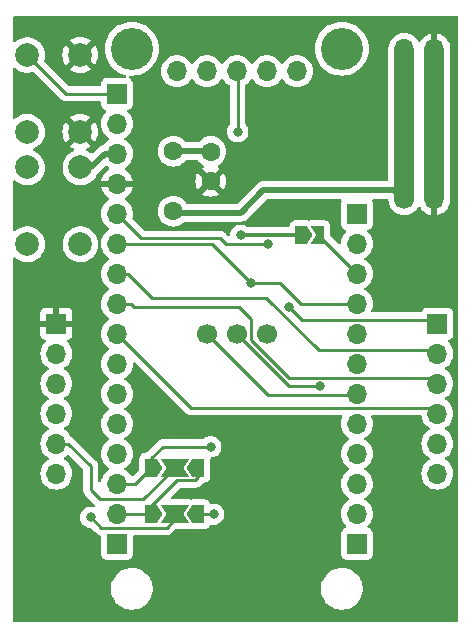
<source format=gtl>
G04 #@! TF.GenerationSoftware,KiCad,Pcbnew,(6.0.1-0)*
G04 #@! TF.CreationDate,2022-01-24T10:27:25-05:00*
G04 #@! TF.ProjectId,Feather-F405-Bridge,46656174-6865-4722-9d46-3430352d4272,rev?*
G04 #@! TF.SameCoordinates,Original*
G04 #@! TF.FileFunction,Copper,L1,Top*
G04 #@! TF.FilePolarity,Positive*
%FSLAX46Y46*%
G04 Gerber Fmt 4.6, Leading zero omitted, Abs format (unit mm)*
G04 Created by KiCad (PCBNEW (6.0.1-0)) date 2022-01-24 10:27:25*
%MOMM*%
%LPD*%
G01*
G04 APERTURE LIST*
G04 Aperture macros list*
%AMFreePoly0*
4,1,6,1.000000,0.000000,0.500000,-0.750000,-0.500000,-0.750000,-0.500000,0.750000,0.500000,0.750000,1.000000,0.000000,1.000000,0.000000,$1*%
%AMFreePoly1*
4,1,7,0.700000,0.000000,1.200000,-0.750000,-1.200000,-0.750000,-0.700000,0.000000,-1.200000,0.750000,1.200000,0.750000,0.700000,0.000000,0.700000,0.000000,$1*%
%AMFreePoly2*
4,1,6,0.500000,-0.750000,-0.650000,-0.750000,-0.150000,0.000000,-0.650000,0.750000,0.500000,0.750000,0.500000,-0.750000,0.500000,-0.750000,$1*%
G04 Aperture macros list end*
G04 #@! TA.AperFunction,ComponentPad*
%ADD10C,1.700000*%
G04 #@! TD*
G04 #@! TA.AperFunction,ComponentPad*
%ADD11O,1.700000X1.700000*%
G04 #@! TD*
G04 #@! TA.AperFunction,ComponentPad*
%ADD12C,3.556000*%
G04 #@! TD*
G04 #@! TA.AperFunction,ComponentPad*
%ADD13R,1.700000X1.700000*%
G04 #@! TD*
G04 #@! TA.AperFunction,ComponentPad*
%ADD14C,1.600000*%
G04 #@! TD*
G04 #@! TA.AperFunction,SMDPad,CuDef*
%ADD15FreePoly0,0.000000*%
G04 #@! TD*
G04 #@! TA.AperFunction,SMDPad,CuDef*
%ADD16FreePoly1,0.000000*%
G04 #@! TD*
G04 #@! TA.AperFunction,SMDPad,CuDef*
%ADD17FreePoly0,180.000000*%
G04 #@! TD*
G04 #@! TA.AperFunction,ComponentPad*
%ADD18C,2.000000*%
G04 #@! TD*
G04 #@! TA.AperFunction,SMDPad,CuDef*
%ADD19FreePoly2,0.000000*%
G04 #@! TD*
G04 #@! TA.AperFunction,ViaPad*
%ADD20C,0.800000*%
G04 #@! TD*
G04 #@! TA.AperFunction,Conductor*
%ADD21C,0.254000*%
G04 #@! TD*
G04 #@! TA.AperFunction,Conductor*
%ADD22C,0.250000*%
G04 #@! TD*
G04 #@! TA.AperFunction,Conductor*
%ADD23C,0.500000*%
G04 #@! TD*
G04 #@! TA.AperFunction,Conductor*
%ADD24C,0.375000*%
G04 #@! TD*
G04 APERTURE END LIST*
G36*
X81495000Y-133437000D02*
G01*
X79795000Y-133437000D01*
X79795000Y-120737000D01*
X81495000Y-120737000D01*
X81495000Y-133437000D01*
G37*
G36*
X78955000Y-133477000D02*
G01*
X77255000Y-133477000D01*
X77255000Y-120777000D01*
X78955000Y-120777000D01*
X78955000Y-133477000D01*
G37*
D10*
X78105000Y-133477000D03*
D11*
X80645000Y-133477000D03*
X78105000Y-130937000D03*
X80645000Y-130937000D03*
X78105000Y-128397000D03*
X80645000Y-128397000D03*
X78105000Y-125857000D03*
X80645000Y-125857000D03*
X78105000Y-123317000D03*
X80645000Y-123317000D03*
X78105000Y-120777000D03*
X80645000Y-120777000D03*
D12*
X55040000Y-120740000D03*
X72820000Y-120740000D03*
D13*
X53770000Y-124550000D03*
D11*
X53770000Y-127090000D03*
X53770000Y-129630000D03*
X53770000Y-132170000D03*
X53770000Y-134710000D03*
X53770000Y-137250000D03*
X53770000Y-139790000D03*
X53770000Y-142330000D03*
X53770000Y-144870000D03*
X53770000Y-147410000D03*
X53770000Y-149950000D03*
X53770000Y-152490000D03*
X53770000Y-155030000D03*
X53770000Y-157570000D03*
X53770000Y-160110000D03*
D13*
X53770000Y-162650000D03*
X74090000Y-162650000D03*
D11*
X74090000Y-160110000D03*
X74090000Y-157570000D03*
X74090000Y-155030000D03*
X74090000Y-152490000D03*
X74090000Y-149950000D03*
X74090000Y-147410000D03*
X74090000Y-144870000D03*
X74090000Y-142330000D03*
X74090000Y-139790000D03*
X74090000Y-137250000D03*
D13*
X74090000Y-134710000D03*
D11*
X69010000Y-122645000D03*
X66470000Y-122645000D03*
X63930000Y-122645000D03*
X61390000Y-122645000D03*
X58850000Y-122645000D03*
D10*
X66470000Y-144870000D03*
X63930000Y-144870000D03*
X61390000Y-144870000D03*
D14*
X58547000Y-134488000D03*
X58547000Y-129408000D03*
D11*
X80899000Y-156718000D03*
X80899000Y-154178000D03*
X80899000Y-151638000D03*
X80899000Y-149098000D03*
X80899000Y-146558000D03*
D13*
X80899000Y-144018000D03*
D14*
X61722000Y-129453000D03*
X61722000Y-131953000D03*
D15*
X56674000Y-156210000D03*
D16*
X58674000Y-156210000D03*
D17*
X60674000Y-156210000D03*
D13*
X48641000Y-144018000D03*
D11*
X48641000Y-146558000D03*
X48641000Y-149098000D03*
X48641000Y-151638000D03*
X48641000Y-154178000D03*
X48641000Y-156718000D03*
D18*
X46173000Y-130787000D03*
X46173000Y-137287000D03*
X50673000Y-130787000D03*
X50673000Y-137287000D03*
X46173000Y-121262000D03*
X46173000Y-127762000D03*
X50673000Y-121262000D03*
X50673000Y-127762000D03*
D15*
X56674000Y-160147000D03*
D16*
X58674000Y-160147000D03*
D17*
X60674000Y-160147000D03*
D15*
X69379000Y-136525000D03*
D19*
X70829000Y-136525000D03*
D20*
X68330299Y-142616701D03*
X66548000Y-137312000D03*
X65151000Y-140589000D03*
X64262000Y-136525000D03*
X51562000Y-160401000D03*
X61976000Y-160147000D03*
X61722000Y-154432000D03*
X70993000Y-149309011D03*
X64008000Y-127762000D03*
D21*
X64008000Y-122723000D02*
X64008000Y-127762000D01*
D22*
X53770000Y-144870000D02*
X60024511Y-151124511D01*
X60024511Y-151124511D02*
X80385511Y-151124511D01*
X80385511Y-151124511D02*
X80899000Y-151638000D01*
X53770000Y-142330000D02*
X54954000Y-142330000D01*
X55245000Y-142621000D02*
X64135000Y-142621000D01*
X64135000Y-142621000D02*
X65151000Y-143637000D01*
X65151000Y-143637000D02*
X65151000Y-145415000D01*
X54954000Y-142330000D02*
X55245000Y-142621000D01*
X65151000Y-145415000D02*
X68320511Y-148584511D01*
X68320511Y-148584511D02*
X80385511Y-148584511D01*
X80385511Y-148584511D02*
X80899000Y-149098000D01*
X53770000Y-139790000D02*
X54700000Y-139790000D01*
X66428011Y-141802511D02*
X70860989Y-146235489D01*
X70860989Y-146235489D02*
X80576489Y-146235489D01*
X54700000Y-139790000D02*
X56712511Y-141802511D01*
X56712511Y-141802511D02*
X66428011Y-141802511D01*
X80576489Y-143695489D02*
X69409087Y-143695489D01*
X69409087Y-143695489D02*
X68330299Y-142616701D01*
D23*
X58679000Y-134620000D02*
X64262000Y-134620000D01*
X64262000Y-134620000D02*
X66167000Y-132715000D01*
X66167000Y-132715000D02*
X77226022Y-132715000D01*
X77226022Y-132715000D02*
X78046511Y-133535489D01*
D24*
X69379000Y-136525000D02*
X64262000Y-136525000D01*
D22*
X53770000Y-134710000D02*
X55843011Y-136783011D01*
X55843011Y-136783011D02*
X62488011Y-136783011D01*
X62488011Y-136783011D02*
X63017000Y-137312000D01*
X63017000Y-137312000D02*
X66548000Y-137312000D01*
D21*
X74053000Y-142367000D02*
X69342000Y-142367000D01*
X69342000Y-142367000D02*
X67564000Y-140589000D01*
X67564000Y-140589000D02*
X65151000Y-140589000D01*
X61812000Y-137250000D02*
X65151000Y-140589000D01*
X53770000Y-137250000D02*
X61812000Y-137250000D01*
D24*
X70829000Y-136525000D02*
X74053000Y-139749000D01*
D22*
X61390000Y-144870000D02*
X66553512Y-150033512D01*
X66553512Y-150033512D02*
X74006488Y-150033512D01*
X68369011Y-149309011D02*
X70993000Y-149309011D01*
X63930000Y-144870000D02*
X68369011Y-149309011D01*
D23*
X58547000Y-129408000D02*
X61677000Y-129408000D01*
X50673000Y-130787000D02*
X51585000Y-130787000D01*
X51585000Y-130787000D02*
X52742000Y-129630000D01*
X52742000Y-129630000D02*
X53770000Y-129630000D01*
D21*
X46173000Y-121262000D02*
X49461000Y-124550000D01*
X49461000Y-124550000D02*
X53770000Y-124550000D01*
X58674000Y-160591500D02*
X57975500Y-161290000D01*
X52451000Y-161290000D02*
X51562000Y-160401000D01*
X57975500Y-161290000D02*
X52451000Y-161290000D01*
X48641000Y-154178000D02*
X49657000Y-154178000D01*
X51562000Y-156083000D02*
X51562000Y-158115000D01*
X52324000Y-158877000D02*
X56007000Y-158877000D01*
X49657000Y-154178000D02*
X51562000Y-156083000D01*
X56007000Y-158877000D02*
X58674000Y-156210000D01*
X51562000Y-158115000D02*
X52324000Y-158877000D01*
X57654150Y-154432000D02*
X61722000Y-154432000D01*
X56674000Y-155412150D02*
X57654150Y-154432000D01*
X56674000Y-156210000D02*
X56674000Y-155412150D01*
X60674000Y-160147000D02*
X61976000Y-160147000D01*
D22*
X56674000Y-159480000D02*
X58869480Y-157284520D01*
X56674000Y-160147000D02*
X56674000Y-159480000D01*
X60674000Y-157004000D02*
X60674000Y-156210000D01*
X58869480Y-157284520D02*
X60393480Y-157284520D01*
X60393480Y-157284520D02*
X60674000Y-157004000D01*
D21*
X53770000Y-157570000D02*
X55314000Y-157570000D01*
X55314000Y-157570000D02*
X56674000Y-156210000D01*
D22*
X53807000Y-160147000D02*
X56674000Y-160147000D01*
G04 #@! TA.AperFunction,Conductor*
G36*
X82627121Y-117995002D02*
G01*
X82673614Y-118048658D01*
X82685000Y-118101000D01*
X82685000Y-169173000D01*
X82664998Y-169241121D01*
X82611342Y-169287614D01*
X82559000Y-169299000D01*
X45076000Y-169299000D01*
X45007879Y-169278998D01*
X44961386Y-169225342D01*
X44950000Y-169173000D01*
X44950000Y-166568390D01*
X53267847Y-166568390D01*
X53303333Y-166829140D01*
X53376971Y-167081781D01*
X53487143Y-167320763D01*
X53489706Y-167324672D01*
X53628863Y-167536922D01*
X53628867Y-167536927D01*
X53631429Y-167540835D01*
X53806658Y-167737163D01*
X54008982Y-167905434D01*
X54056465Y-167934247D01*
X54229959Y-168039526D01*
X54229963Y-168039528D01*
X54233956Y-168041951D01*
X54476637Y-168143715D01*
X54731694Y-168208492D01*
X54736346Y-168208960D01*
X54736349Y-168208961D01*
X54932944Y-168228757D01*
X54950255Y-168230500D01*
X55106812Y-168230500D01*
X55109137Y-168230327D01*
X55109143Y-168230327D01*
X55297778Y-168216309D01*
X55297782Y-168216308D01*
X55302430Y-168215963D01*
X55559096Y-168157886D01*
X55600184Y-168141908D01*
X55799998Y-168064204D01*
X55804357Y-168062509D01*
X55808411Y-168060192D01*
X55808415Y-168060190D01*
X55899864Y-168007922D01*
X56032827Y-167931927D01*
X56239487Y-167769010D01*
X56419795Y-167577336D01*
X56569792Y-167361117D01*
X56587765Y-167324672D01*
X56684117Y-167129289D01*
X56684118Y-167129286D01*
X56686182Y-167125101D01*
X56766409Y-166874474D01*
X56808709Y-166614742D01*
X56809316Y-166568390D01*
X71047847Y-166568390D01*
X71083333Y-166829140D01*
X71156971Y-167081781D01*
X71267143Y-167320763D01*
X71269706Y-167324672D01*
X71408863Y-167536922D01*
X71408867Y-167536927D01*
X71411429Y-167540835D01*
X71586658Y-167737163D01*
X71788982Y-167905434D01*
X71836465Y-167934247D01*
X72009959Y-168039526D01*
X72009963Y-168039528D01*
X72013956Y-168041951D01*
X72256637Y-168143715D01*
X72511694Y-168208492D01*
X72516346Y-168208960D01*
X72516349Y-168208961D01*
X72712944Y-168228757D01*
X72730255Y-168230500D01*
X72886812Y-168230500D01*
X72889137Y-168230327D01*
X72889143Y-168230327D01*
X73077778Y-168216309D01*
X73077782Y-168216308D01*
X73082430Y-168215963D01*
X73339096Y-168157886D01*
X73380184Y-168141908D01*
X73579998Y-168064204D01*
X73584357Y-168062509D01*
X73588411Y-168060192D01*
X73588415Y-168060190D01*
X73679864Y-168007922D01*
X73812827Y-167931927D01*
X74019487Y-167769010D01*
X74199795Y-167577336D01*
X74349792Y-167361117D01*
X74367765Y-167324672D01*
X74464117Y-167129289D01*
X74464118Y-167129286D01*
X74466182Y-167125101D01*
X74546409Y-166874474D01*
X74588709Y-166614742D01*
X74592153Y-166351610D01*
X74556667Y-166090860D01*
X74483029Y-165838219D01*
X74372857Y-165599237D01*
X74340800Y-165550342D01*
X74231137Y-165383078D01*
X74231133Y-165383073D01*
X74228571Y-165379165D01*
X74053342Y-165182837D01*
X73851018Y-165014566D01*
X73738531Y-164946307D01*
X73630041Y-164880474D01*
X73630037Y-164880472D01*
X73626044Y-164878049D01*
X73383363Y-164776285D01*
X73128306Y-164711508D01*
X73123654Y-164711040D01*
X73123651Y-164711039D01*
X72912883Y-164689816D01*
X72909745Y-164689500D01*
X72753188Y-164689500D01*
X72750863Y-164689673D01*
X72750857Y-164689673D01*
X72562222Y-164703691D01*
X72562218Y-164703692D01*
X72557570Y-164704037D01*
X72300904Y-164762114D01*
X72296552Y-164763806D01*
X72296550Y-164763807D01*
X72156922Y-164818106D01*
X72055643Y-164857491D01*
X72051589Y-164859808D01*
X72051585Y-164859810D01*
X72022839Y-164876240D01*
X71827173Y-164988073D01*
X71620513Y-165150990D01*
X71440205Y-165342664D01*
X71290208Y-165558883D01*
X71288142Y-165563073D01*
X71288140Y-165563076D01*
X71270308Y-165599237D01*
X71173818Y-165794899D01*
X71093591Y-166045526D01*
X71051291Y-166305258D01*
X71047847Y-166568390D01*
X56809316Y-166568390D01*
X56812153Y-166351610D01*
X56776667Y-166090860D01*
X56703029Y-165838219D01*
X56592857Y-165599237D01*
X56560800Y-165550342D01*
X56451137Y-165383078D01*
X56451133Y-165383073D01*
X56448571Y-165379165D01*
X56273342Y-165182837D01*
X56071018Y-165014566D01*
X55958531Y-164946307D01*
X55850041Y-164880474D01*
X55850037Y-164880472D01*
X55846044Y-164878049D01*
X55603363Y-164776285D01*
X55348306Y-164711508D01*
X55343654Y-164711040D01*
X55343651Y-164711039D01*
X55132883Y-164689816D01*
X55129745Y-164689500D01*
X54973188Y-164689500D01*
X54970863Y-164689673D01*
X54970857Y-164689673D01*
X54782222Y-164703691D01*
X54782218Y-164703692D01*
X54777570Y-164704037D01*
X54520904Y-164762114D01*
X54516552Y-164763806D01*
X54516550Y-164763807D01*
X54376922Y-164818106D01*
X54275643Y-164857491D01*
X54271589Y-164859808D01*
X54271585Y-164859810D01*
X54242839Y-164876240D01*
X54047173Y-164988073D01*
X53840513Y-165150990D01*
X53660205Y-165342664D01*
X53510208Y-165558883D01*
X53508142Y-165563073D01*
X53508140Y-165563076D01*
X53490308Y-165599237D01*
X53393818Y-165794899D01*
X53313591Y-166045526D01*
X53271291Y-166305258D01*
X53267847Y-166568390D01*
X44950000Y-166568390D01*
X44950000Y-144912669D01*
X47283001Y-144912669D01*
X47283371Y-144919490D01*
X47288895Y-144970352D01*
X47292521Y-144985604D01*
X47337676Y-145106054D01*
X47346214Y-145121649D01*
X47422715Y-145223724D01*
X47435276Y-145236285D01*
X47537351Y-145312786D01*
X47552948Y-145321325D01*
X47671422Y-145365739D01*
X47728187Y-145408380D01*
X47752887Y-145474942D01*
X47737680Y-145544291D01*
X47716288Y-145572816D01*
X47602505Y-145686599D01*
X47466965Y-145880171D01*
X47464644Y-145885149D01*
X47464642Y-145885152D01*
X47390553Y-146044035D01*
X47367097Y-146094337D01*
X47365675Y-146099645D01*
X47365674Y-146099647D01*
X47344561Y-146178443D01*
X47305937Y-146322592D01*
X47285341Y-146558000D01*
X47305937Y-146793408D01*
X47307361Y-146798722D01*
X47307361Y-146798723D01*
X47329405Y-146880991D01*
X47367097Y-147021663D01*
X47369419Y-147026643D01*
X47369420Y-147026645D01*
X47438410Y-147174592D01*
X47466965Y-147235829D01*
X47602505Y-147429401D01*
X47769599Y-147596495D01*
X47774107Y-147599652D01*
X47774110Y-147599654D01*
X47952820Y-147724788D01*
X47997148Y-147780245D01*
X48004457Y-147850865D01*
X47972426Y-147914225D01*
X47952822Y-147931211D01*
X47769599Y-148059505D01*
X47602505Y-148226599D01*
X47466965Y-148420171D01*
X47367097Y-148634337D01*
X47305937Y-148862592D01*
X47285341Y-149098000D01*
X47305937Y-149333408D01*
X47367097Y-149561663D01*
X47369419Y-149566643D01*
X47369420Y-149566645D01*
X47438410Y-149714592D01*
X47466965Y-149775829D01*
X47602505Y-149969401D01*
X47769599Y-150136495D01*
X47774107Y-150139652D01*
X47774110Y-150139654D01*
X47952820Y-150264788D01*
X47997148Y-150320245D01*
X48004457Y-150390865D01*
X47972426Y-150454225D01*
X47952822Y-150471211D01*
X47769599Y-150599505D01*
X47602505Y-150766599D01*
X47466965Y-150960171D01*
X47367097Y-151174337D01*
X47305937Y-151402592D01*
X47285341Y-151638000D01*
X47305937Y-151873408D01*
X47367097Y-152101663D01*
X47369419Y-152106643D01*
X47369420Y-152106645D01*
X47438410Y-152254592D01*
X47466965Y-152315829D01*
X47602505Y-152509401D01*
X47769599Y-152676495D01*
X47774107Y-152679652D01*
X47774110Y-152679654D01*
X47952820Y-152804788D01*
X47997148Y-152860245D01*
X48004457Y-152930865D01*
X47972426Y-152994225D01*
X47952822Y-153011211D01*
X47769599Y-153139505D01*
X47602505Y-153306599D01*
X47466965Y-153500171D01*
X47464644Y-153505149D01*
X47464642Y-153505152D01*
X47399043Y-153645829D01*
X47367097Y-153714337D01*
X47365675Y-153719645D01*
X47365674Y-153719647D01*
X47307361Y-153937277D01*
X47305937Y-153942592D01*
X47285341Y-154178000D01*
X47305937Y-154413408D01*
X47307361Y-154418722D01*
X47307361Y-154418723D01*
X47359603Y-154613693D01*
X47367097Y-154641663D01*
X47369419Y-154646643D01*
X47369420Y-154646645D01*
X47441064Y-154800284D01*
X47466965Y-154855829D01*
X47602505Y-155049401D01*
X47769599Y-155216495D01*
X47774106Y-155219651D01*
X47774110Y-155219654D01*
X47952820Y-155344788D01*
X47997148Y-155400245D01*
X48004457Y-155470865D01*
X47972426Y-155534225D01*
X47952822Y-155551211D01*
X47769599Y-155679505D01*
X47602505Y-155846599D01*
X47466965Y-156040171D01*
X47464644Y-156045149D01*
X47464642Y-156045152D01*
X47393933Y-156196787D01*
X47367097Y-156254337D01*
X47365675Y-156259645D01*
X47365674Y-156259647D01*
X47336554Y-156368326D01*
X47305937Y-156482592D01*
X47285341Y-156718000D01*
X47305937Y-156953408D01*
X47367097Y-157181663D01*
X47369419Y-157186643D01*
X47369420Y-157186645D01*
X47441931Y-157342143D01*
X47466965Y-157395829D01*
X47602505Y-157589401D01*
X47769599Y-157756495D01*
X47774107Y-157759652D01*
X47774110Y-157759654D01*
X47944755Y-157879141D01*
X47963170Y-157892035D01*
X47968152Y-157894358D01*
X47968157Y-157894361D01*
X48172355Y-157989580D01*
X48177337Y-157991903D01*
X48182645Y-157993325D01*
X48182647Y-157993326D01*
X48400277Y-158051639D01*
X48405592Y-158053063D01*
X48641000Y-158073659D01*
X48876408Y-158053063D01*
X48881723Y-158051639D01*
X49099353Y-157993326D01*
X49099355Y-157993325D01*
X49104663Y-157991903D01*
X49109645Y-157989580D01*
X49313843Y-157894361D01*
X49313848Y-157894358D01*
X49318830Y-157892035D01*
X49337245Y-157879141D01*
X49507890Y-157759654D01*
X49507893Y-157759652D01*
X49512401Y-157756495D01*
X49679495Y-157589401D01*
X49815035Y-157395829D01*
X49840070Y-157342143D01*
X49912580Y-157186645D01*
X49912581Y-157186643D01*
X49914903Y-157181663D01*
X49976063Y-156953408D01*
X49996659Y-156718000D01*
X49976063Y-156482592D01*
X49945446Y-156368326D01*
X49916326Y-156259647D01*
X49916325Y-156259645D01*
X49914903Y-156254337D01*
X49888067Y-156196787D01*
X49817358Y-156045152D01*
X49817356Y-156045149D01*
X49815035Y-156040171D01*
X49679495Y-155846599D01*
X49512401Y-155679505D01*
X49507893Y-155676348D01*
X49507890Y-155676346D01*
X49380408Y-155587082D01*
X49329181Y-155551213D01*
X49284853Y-155495756D01*
X49277544Y-155425137D01*
X49309575Y-155361776D01*
X49329181Y-155344787D01*
X49507894Y-155219651D01*
X49507895Y-155219650D01*
X49512401Y-155216495D01*
X49516291Y-155212605D01*
X49516297Y-155212600D01*
X49571144Y-155157753D01*
X49633456Y-155123727D01*
X49704271Y-155128792D01*
X49749334Y-155157753D01*
X50897595Y-156306014D01*
X50931621Y-156368326D01*
X50934500Y-156395109D01*
X50934500Y-158037027D01*
X50933980Y-158048049D01*
X50932320Y-158055477D01*
X50932569Y-158063400D01*
X50934438Y-158122887D01*
X50934500Y-158126844D01*
X50934500Y-158154476D01*
X50934996Y-158158402D01*
X50934999Y-158158447D01*
X50935926Y-158170221D01*
X50937299Y-158213943D01*
X50939511Y-158221555D01*
X50942874Y-158233132D01*
X50946882Y-158252488D01*
X50949384Y-158272293D01*
X50952304Y-158279668D01*
X50965481Y-158312952D01*
X50969325Y-158324179D01*
X50979319Y-158358575D01*
X50981532Y-158366191D01*
X50985565Y-158373011D01*
X50985567Y-158373015D01*
X50991698Y-158383382D01*
X51000394Y-158401133D01*
X51004827Y-158412330D01*
X51004830Y-158412335D01*
X51007747Y-158419703D01*
X51012404Y-158426113D01*
X51012408Y-158426120D01*
X51033456Y-158455089D01*
X51039974Y-158465011D01*
X51062237Y-158502656D01*
X51076358Y-158516777D01*
X51089198Y-158531810D01*
X51100937Y-158547967D01*
X51107045Y-158553020D01*
X51134636Y-158575845D01*
X51143416Y-158583835D01*
X51825151Y-159265570D01*
X51832581Y-159273735D01*
X51836660Y-159280162D01*
X51842437Y-159285587D01*
X51863641Y-159305499D01*
X51899607Y-159366712D01*
X51896768Y-159437652D01*
X51856028Y-159495796D01*
X51790320Y-159522684D01*
X51751191Y-159520596D01*
X51663103Y-159501872D01*
X51663099Y-159501872D01*
X51656646Y-159500500D01*
X51467354Y-159500500D01*
X51460901Y-159501872D01*
X51460897Y-159501872D01*
X51380212Y-159519022D01*
X51282197Y-159539856D01*
X51109270Y-159616849D01*
X51103929Y-159620729D01*
X51103928Y-159620730D01*
X50961599Y-159724138D01*
X50956129Y-159728112D01*
X50951716Y-159733014D01*
X50951714Y-159733015D01*
X50833886Y-159863876D01*
X50829467Y-159868784D01*
X50826164Y-159874505D01*
X50773740Y-159965307D01*
X50734821Y-160032716D01*
X50676326Y-160212744D01*
X50656540Y-160401000D01*
X50676326Y-160589256D01*
X50734821Y-160769284D01*
X50829467Y-160933216D01*
X50833885Y-160938123D01*
X50833886Y-160938124D01*
X50931134Y-161046128D01*
X50956129Y-161073888D01*
X50961468Y-161077767D01*
X51032724Y-161129537D01*
X51109270Y-161185151D01*
X51282197Y-161262144D01*
X51362172Y-161279143D01*
X51460897Y-161300128D01*
X51460901Y-161300128D01*
X51467354Y-161301500D01*
X51522891Y-161301500D01*
X51591012Y-161321502D01*
X51611986Y-161338405D01*
X51952151Y-161678570D01*
X51959581Y-161686735D01*
X51963660Y-161693162D01*
X51969437Y-161698587D01*
X52012830Y-161739336D01*
X52015672Y-161742091D01*
X52035204Y-161761623D01*
X52038334Y-161764051D01*
X52038376Y-161764088D01*
X52047343Y-161771747D01*
X52079233Y-161801693D01*
X52096744Y-161811320D01*
X52113256Y-161822166D01*
X52129038Y-161834408D01*
X52136312Y-161837556D01*
X52136314Y-161837557D01*
X52169176Y-161851778D01*
X52179836Y-161857000D01*
X52211222Y-161874255D01*
X52211225Y-161874256D01*
X52218166Y-161878072D01*
X52225840Y-161880042D01*
X52225847Y-161880045D01*
X52237512Y-161883040D01*
X52256217Y-161889444D01*
X52274542Y-161897374D01*
X52282376Y-161898615D01*
X52282377Y-161898615D01*
X52313210Y-161903498D01*
X52377363Y-161933910D01*
X52414890Y-161994178D01*
X52419500Y-162027947D01*
X52419501Y-163547376D01*
X52426149Y-163608580D01*
X52476474Y-163742824D01*
X52481854Y-163750003D01*
X52481856Y-163750006D01*
X52557072Y-163850365D01*
X52562454Y-163857546D01*
X52569635Y-163862928D01*
X52669994Y-163938144D01*
X52669997Y-163938146D01*
X52677176Y-163943526D01*
X52766561Y-163977034D01*
X52804025Y-163991079D01*
X52804027Y-163991079D01*
X52811420Y-163993851D01*
X52819270Y-163994704D01*
X52819271Y-163994704D01*
X52869217Y-164000130D01*
X52872623Y-164000500D01*
X53769868Y-164000500D01*
X54667376Y-164000499D01*
X54670770Y-164000130D01*
X54670776Y-164000130D01*
X54720722Y-163994705D01*
X54720726Y-163994704D01*
X54728580Y-163993851D01*
X54862824Y-163943526D01*
X54870003Y-163938146D01*
X54870006Y-163938144D01*
X54970365Y-163862928D01*
X54977546Y-163857546D01*
X54982928Y-163850365D01*
X55058144Y-163750006D01*
X55058146Y-163750003D01*
X55063526Y-163742824D01*
X55113851Y-163608580D01*
X55120500Y-163547377D01*
X55120499Y-162043500D01*
X55140501Y-161975379D01*
X55194157Y-161928886D01*
X55246499Y-161917500D01*
X57897527Y-161917500D01*
X57908549Y-161918020D01*
X57915977Y-161919680D01*
X57983386Y-161917562D01*
X57987344Y-161917500D01*
X58014976Y-161917500D01*
X58018902Y-161917004D01*
X58018947Y-161917001D01*
X58030721Y-161916074D01*
X58056037Y-161915279D01*
X58066519Y-161914950D01*
X58066520Y-161914950D01*
X58074443Y-161914701D01*
X58093632Y-161909126D01*
X58112988Y-161905118D01*
X58132793Y-161902616D01*
X58146033Y-161897374D01*
X58173452Y-161886519D01*
X58184679Y-161882675D01*
X58219075Y-161872681D01*
X58219077Y-161872680D01*
X58226691Y-161870468D01*
X58233511Y-161866435D01*
X58233515Y-161866433D01*
X58243882Y-161860302D01*
X58261633Y-161851606D01*
X58272830Y-161847173D01*
X58272835Y-161847170D01*
X58280203Y-161844253D01*
X58286613Y-161839596D01*
X58286620Y-161839592D01*
X58315589Y-161818544D01*
X58325511Y-161812026D01*
X58356335Y-161793797D01*
X58356336Y-161793796D01*
X58363156Y-161789763D01*
X58377277Y-161775642D01*
X58392311Y-161762801D01*
X58402053Y-161755723D01*
X58408467Y-161751063D01*
X58436346Y-161717363D01*
X58444335Y-161708584D01*
X58713367Y-161439552D01*
X58775679Y-161405526D01*
X58802462Y-161402647D01*
X59874000Y-161402647D01*
X59954361Y-161396220D01*
X59961056Y-161394131D01*
X59961063Y-161394130D01*
X59982326Y-161387497D01*
X60037779Y-161383062D01*
X60169552Y-161402008D01*
X60169559Y-161402009D01*
X60174000Y-161402647D01*
X61174000Y-161402647D01*
X61245961Y-161397500D01*
X61322380Y-161375062D01*
X61375407Y-161359492D01*
X61375409Y-161359491D01*
X61384053Y-161356953D01*
X61391631Y-161352083D01*
X61391633Y-161352082D01*
X61497548Y-161284015D01*
X61497551Y-161284013D01*
X61505128Y-161279143D01*
X61574671Y-161198886D01*
X61593474Y-161177186D01*
X61593475Y-161177184D01*
X61599377Y-161170373D01*
X61633502Y-161095651D01*
X61679993Y-161041997D01*
X61748114Y-161021995D01*
X61774310Y-161024748D01*
X61843514Y-161039457D01*
X61881354Y-161047500D01*
X62070646Y-161047500D01*
X62077099Y-161046128D01*
X62077103Y-161046128D01*
X62157788Y-161028978D01*
X62255803Y-161008144D01*
X62428730Y-160931151D01*
X62581871Y-160819888D01*
X62708533Y-160679216D01*
X62760471Y-160589256D01*
X62799875Y-160521007D01*
X62799876Y-160521006D01*
X62803179Y-160515284D01*
X62861674Y-160335256D01*
X62881460Y-160147000D01*
X62861674Y-159958744D01*
X62803179Y-159778716D01*
X62771669Y-159724138D01*
X62711836Y-159620505D01*
X62708533Y-159614784D01*
X62643489Y-159542545D01*
X62586286Y-159479015D01*
X62586284Y-159479014D01*
X62581871Y-159474112D01*
X62484121Y-159403093D01*
X62434072Y-159366730D01*
X62434071Y-159366729D01*
X62428730Y-159362849D01*
X62255803Y-159285856D01*
X62148400Y-159263027D01*
X62077103Y-159247872D01*
X62077099Y-159247872D01*
X62070646Y-159246500D01*
X61881354Y-159246500D01*
X61857202Y-159251634D01*
X61778183Y-159268429D01*
X61707393Y-159263027D01*
X61650760Y-159220210D01*
X61637373Y-159197523D01*
X61636492Y-159195593D01*
X61633953Y-159186947D01*
X61562268Y-159075402D01*
X61561015Y-159073452D01*
X61561013Y-159073449D01*
X61556143Y-159065872D01*
X61549333Y-159059971D01*
X61454186Y-158977526D01*
X61454184Y-158977525D01*
X61447373Y-158971623D01*
X61385167Y-158943214D01*
X61324654Y-158915578D01*
X61324651Y-158915577D01*
X61316457Y-158911835D01*
X61290340Y-158908080D01*
X61178447Y-158891992D01*
X61178442Y-158891992D01*
X61174000Y-158891353D01*
X60174000Y-158891353D01*
X60172036Y-158891477D01*
X60172032Y-158891477D01*
X60116938Y-158894952D01*
X60116935Y-158894953D01*
X60110459Y-158895361D01*
X60064286Y-158908080D01*
X60012893Y-158911322D01*
X59878459Y-158891993D01*
X59878444Y-158891992D01*
X59874000Y-158891353D01*
X58451427Y-158891353D01*
X58383306Y-158871351D01*
X58336813Y-158817695D01*
X58326709Y-158747421D01*
X58356203Y-158682841D01*
X58362332Y-158676258D01*
X59091665Y-157946925D01*
X59153977Y-157912899D01*
X59180760Y-157910020D01*
X60315777Y-157910020D01*
X60326737Y-157910537D01*
X60334147Y-157912193D01*
X60342073Y-157911944D01*
X60342074Y-157911944D01*
X60401321Y-157910082D01*
X60405279Y-157910020D01*
X60432830Y-157910020D01*
X60436753Y-157909524D01*
X60436868Y-157909517D01*
X60448548Y-157908597D01*
X60492107Y-157907229D01*
X60511196Y-157901683D01*
X60530542Y-157897676D01*
X60550272Y-157895184D01*
X60590803Y-157879136D01*
X60602004Y-157875301D01*
X60643870Y-157863138D01*
X60660979Y-157853020D01*
X60678725Y-157844325D01*
X60697212Y-157837006D01*
X60732471Y-157811389D01*
X60742390Y-157804874D01*
X60773070Y-157786730D01*
X60773074Y-157786727D01*
X60779900Y-157782690D01*
X60793950Y-157768640D01*
X60808984Y-157755799D01*
X60818653Y-157748774D01*
X60825067Y-157744114D01*
X60852844Y-157710537D01*
X60860834Y-157701756D01*
X61060040Y-157502551D01*
X61122352Y-157468526D01*
X61149135Y-157465647D01*
X61174000Y-157465647D01*
X61245961Y-157460500D01*
X61322380Y-157438062D01*
X61375407Y-157422492D01*
X61375409Y-157422491D01*
X61384053Y-157419953D01*
X61391631Y-157415083D01*
X61391633Y-157415082D01*
X61497548Y-157347015D01*
X61497551Y-157347013D01*
X61505128Y-157342143D01*
X61511671Y-157334592D01*
X61593474Y-157240186D01*
X61593475Y-157240184D01*
X61599377Y-157233373D01*
X61625417Y-157176353D01*
X61655422Y-157110654D01*
X61655423Y-157110651D01*
X61659165Y-157102457D01*
X61679647Y-156960000D01*
X61679647Y-155460000D01*
X61680448Y-155460000D01*
X61697213Y-155394237D01*
X61749161Y-155345844D01*
X61805593Y-155332500D01*
X61816646Y-155332500D01*
X61823099Y-155331128D01*
X61823103Y-155331128D01*
X61903788Y-155313978D01*
X62001803Y-155293144D01*
X62174730Y-155216151D01*
X62215367Y-155186627D01*
X62322532Y-155108767D01*
X62327871Y-155104888D01*
X62381895Y-155044889D01*
X62450114Y-154969124D01*
X62450115Y-154969123D01*
X62454533Y-154964216D01*
X62549179Y-154800284D01*
X62607674Y-154620256D01*
X62627460Y-154432000D01*
X62607674Y-154243744D01*
X62549179Y-154063716D01*
X62454533Y-153899784D01*
X62428070Y-153870394D01*
X62332286Y-153764015D01*
X62332284Y-153764014D01*
X62327871Y-153759112D01*
X62255287Y-153706377D01*
X62180072Y-153651730D01*
X62180071Y-153651729D01*
X62174730Y-153647849D01*
X62001803Y-153570856D01*
X61903788Y-153550022D01*
X61823103Y-153532872D01*
X61823099Y-153532872D01*
X61816646Y-153531500D01*
X61627354Y-153531500D01*
X61620901Y-153532872D01*
X61620897Y-153532872D01*
X61540212Y-153550022D01*
X61442197Y-153570856D01*
X61269270Y-153647849D01*
X61263929Y-153651729D01*
X61263928Y-153651730D01*
X61188713Y-153706377D01*
X61116129Y-153759112D01*
X61111714Y-153764015D01*
X61106802Y-153768438D01*
X61105683Y-153767196D01*
X61052345Y-153800052D01*
X61019162Y-153804500D01*
X57732117Y-153804500D01*
X57721103Y-153803981D01*
X57713673Y-153802320D01*
X57705747Y-153802569D01*
X57705746Y-153802569D01*
X57646277Y-153804438D01*
X57642319Y-153804500D01*
X57614674Y-153804500D01*
X57610746Y-153804996D01*
X57610721Y-153804998D01*
X57598922Y-153805927D01*
X57555207Y-153807300D01*
X57537808Y-153812355D01*
X57536027Y-153812872D01*
X57516675Y-153816880D01*
X57509776Y-153817752D01*
X57496857Y-153819384D01*
X57489488Y-153822301D01*
X57489486Y-153822302D01*
X57456193Y-153835483D01*
X57444967Y-153839327D01*
X57402959Y-153851532D01*
X57396136Y-153855567D01*
X57396134Y-153855568D01*
X57385768Y-153861698D01*
X57368017Y-153870394D01*
X57356820Y-153874827D01*
X57356815Y-153874830D01*
X57349447Y-153877747D01*
X57343037Y-153882404D01*
X57343030Y-153882408D01*
X57314061Y-153903456D01*
X57304139Y-153909974D01*
X57266494Y-153932237D01*
X57252373Y-153946358D01*
X57237340Y-153959198D01*
X57221183Y-153970937D01*
X57216130Y-153977045D01*
X57193305Y-154004636D01*
X57185315Y-154013416D01*
X56285430Y-154913301D01*
X56277266Y-154920731D01*
X56270838Y-154924810D01*
X56269309Y-154926438D01*
X56206398Y-154953448D01*
X56191322Y-154954353D01*
X56174000Y-154954353D01*
X56102039Y-154959500D01*
X56025620Y-154981938D01*
X55972593Y-154997508D01*
X55972591Y-154997509D01*
X55963947Y-155000047D01*
X55956369Y-155004917D01*
X55956367Y-155004918D01*
X55850452Y-155072985D01*
X55850449Y-155072987D01*
X55842872Y-155077857D01*
X55836972Y-155084666D01*
X55836971Y-155084667D01*
X55803126Y-155123727D01*
X55748623Y-155186627D01*
X55735140Y-155216151D01*
X55699351Y-155294517D01*
X55688835Y-155317543D01*
X55668353Y-155460000D01*
X55668353Y-156276038D01*
X55648351Y-156344159D01*
X55631448Y-156365133D01*
X55116263Y-156880318D01*
X55053951Y-156914344D01*
X54983136Y-156909279D01*
X54923955Y-156863494D01*
X54825913Y-156723475D01*
X54808495Y-156698599D01*
X54641401Y-156531505D01*
X54636893Y-156528348D01*
X54636890Y-156528346D01*
X54509408Y-156439082D01*
X54458181Y-156403213D01*
X54413853Y-156347756D01*
X54406544Y-156277137D01*
X54438575Y-156213776D01*
X54458181Y-156196787D01*
X54636890Y-156071654D01*
X54636893Y-156071652D01*
X54641401Y-156068495D01*
X54808495Y-155901401D01*
X54944035Y-155707829D01*
X54959713Y-155674209D01*
X55041580Y-155498645D01*
X55041581Y-155498643D01*
X55043903Y-155493663D01*
X55054115Y-155455553D01*
X55103639Y-155270723D01*
X55103639Y-155270722D01*
X55105063Y-155265408D01*
X55125659Y-155030000D01*
X55105063Y-154794592D01*
X55060033Y-154626534D01*
X55045326Y-154571647D01*
X55045325Y-154571645D01*
X55043903Y-154566337D01*
X55041580Y-154561355D01*
X54946358Y-154357152D01*
X54946356Y-154357149D01*
X54944035Y-154352171D01*
X54808495Y-154158599D01*
X54641401Y-153991505D01*
X54636893Y-153988348D01*
X54636890Y-153988346D01*
X54463225Y-153866745D01*
X54458181Y-153863213D01*
X54413853Y-153807756D01*
X54406544Y-153737137D01*
X54438575Y-153673776D01*
X54458181Y-153656787D01*
X54465151Y-153651907D01*
X54548209Y-153593749D01*
X54636890Y-153531654D01*
X54636893Y-153531652D01*
X54641401Y-153528495D01*
X54808495Y-153361401D01*
X54944035Y-153167829D01*
X55017067Y-153011214D01*
X55041580Y-152958645D01*
X55041581Y-152958643D01*
X55043903Y-152953663D01*
X55083794Y-152804788D01*
X55103639Y-152730723D01*
X55103639Y-152730722D01*
X55105063Y-152725408D01*
X55125659Y-152490000D01*
X55105063Y-152254592D01*
X55043903Y-152026337D01*
X54975069Y-151878723D01*
X54946358Y-151817152D01*
X54946356Y-151817149D01*
X54944035Y-151812171D01*
X54808495Y-151618599D01*
X54641401Y-151451505D01*
X54636893Y-151448348D01*
X54636890Y-151448346D01*
X54509408Y-151359082D01*
X54458181Y-151323213D01*
X54413853Y-151267756D01*
X54406544Y-151197137D01*
X54438575Y-151133776D01*
X54458181Y-151116787D01*
X54636890Y-150991654D01*
X54636893Y-150991652D01*
X54641401Y-150988495D01*
X54808495Y-150821401D01*
X54944035Y-150627829D01*
X55013432Y-150479009D01*
X55041580Y-150418645D01*
X55041581Y-150418643D01*
X55043903Y-150413663D01*
X55059601Y-150355079D01*
X55103639Y-150190723D01*
X55103639Y-150190722D01*
X55105063Y-150185408D01*
X55125659Y-149950000D01*
X55105063Y-149714592D01*
X55043903Y-149486337D01*
X55007379Y-149408012D01*
X54946358Y-149277152D01*
X54946356Y-149277149D01*
X54944035Y-149272171D01*
X54808495Y-149078599D01*
X54641401Y-148911505D01*
X54636893Y-148908348D01*
X54636890Y-148908346D01*
X54509408Y-148819082D01*
X54458181Y-148783213D01*
X54413853Y-148727756D01*
X54406544Y-148657137D01*
X54438575Y-148593776D01*
X54458181Y-148576787D01*
X54636890Y-148451654D01*
X54636893Y-148451652D01*
X54641401Y-148448495D01*
X54808495Y-148281401D01*
X54944035Y-148087829D01*
X55013432Y-147939009D01*
X55041580Y-147878645D01*
X55041581Y-147878643D01*
X55043903Y-147873663D01*
X55059601Y-147815079D01*
X55103639Y-147650723D01*
X55103639Y-147650722D01*
X55105063Y-147645408D01*
X55125659Y-147410000D01*
X55126326Y-147410058D01*
X55145182Y-147345839D01*
X55198838Y-147299346D01*
X55269112Y-147289242D01*
X55333692Y-147318736D01*
X55340274Y-147324864D01*
X57496759Y-149481350D01*
X59527269Y-151511860D01*
X59534658Y-151519980D01*
X59538725Y-151526388D01*
X59544503Y-151531814D01*
X59587718Y-151572396D01*
X59590560Y-151575151D01*
X59610040Y-151594631D01*
X59613170Y-151597059D01*
X59613252Y-151597131D01*
X59622160Y-151604740D01*
X59653929Y-151634573D01*
X59660876Y-151638392D01*
X59671343Y-151644146D01*
X59687872Y-151655003D01*
X59703575Y-151667184D01*
X59743568Y-151684490D01*
X59754224Y-151689711D01*
X59785466Y-151706887D01*
X59785475Y-151706891D01*
X59792419Y-151710708D01*
X59800095Y-151712679D01*
X59800098Y-151712680D01*
X59811671Y-151715651D01*
X59830376Y-151722055D01*
X59848615Y-151729948D01*
X59891659Y-151736765D01*
X59903282Y-151739173D01*
X59937815Y-151748040D01*
X59937816Y-151748040D01*
X59945492Y-151750011D01*
X59965367Y-151750011D01*
X59985077Y-151751562D01*
X60004707Y-151754671D01*
X60048091Y-151750570D01*
X60059948Y-151750011D01*
X72747170Y-151750011D01*
X72815291Y-151770013D01*
X72861784Y-151823669D01*
X72871888Y-151893943D01*
X72861364Y-151929262D01*
X72816097Y-152026337D01*
X72754937Y-152254592D01*
X72734341Y-152490000D01*
X72754937Y-152725408D01*
X72756361Y-152730722D01*
X72756361Y-152730723D01*
X72776207Y-152804788D01*
X72816097Y-152953663D01*
X72818419Y-152958643D01*
X72818420Y-152958645D01*
X72842934Y-153011214D01*
X72915965Y-153167829D01*
X73051505Y-153361401D01*
X73218599Y-153528495D01*
X73223107Y-153531652D01*
X73223110Y-153531654D01*
X73401820Y-153656788D01*
X73446148Y-153712245D01*
X73453457Y-153782865D01*
X73421426Y-153846225D01*
X73401822Y-153863211D01*
X73218599Y-153991505D01*
X73051505Y-154158599D01*
X72915965Y-154352171D01*
X72913644Y-154357149D01*
X72913642Y-154357152D01*
X72818420Y-154561355D01*
X72816097Y-154566337D01*
X72814675Y-154571645D01*
X72814674Y-154571647D01*
X72799967Y-154626534D01*
X72754937Y-154794592D01*
X72734341Y-155030000D01*
X72754937Y-155265408D01*
X72756361Y-155270722D01*
X72756361Y-155270723D01*
X72805886Y-155455553D01*
X72816097Y-155493663D01*
X72818419Y-155498643D01*
X72818420Y-155498645D01*
X72900288Y-155674209D01*
X72915965Y-155707829D01*
X73051505Y-155901401D01*
X73218599Y-156068495D01*
X73223107Y-156071652D01*
X73223110Y-156071654D01*
X73401820Y-156196788D01*
X73446148Y-156252245D01*
X73453457Y-156322865D01*
X73421426Y-156386225D01*
X73401822Y-156403211D01*
X73218599Y-156531505D01*
X73051505Y-156698599D01*
X72915965Y-156892171D01*
X72913644Y-156897149D01*
X72913642Y-156897152D01*
X72882262Y-156964447D01*
X72816097Y-157106337D01*
X72814675Y-157111645D01*
X72814674Y-157111647D01*
X72782058Y-157233373D01*
X72754937Y-157334592D01*
X72734341Y-157570000D01*
X72754937Y-157805408D01*
X72756361Y-157810722D01*
X72756361Y-157810723D01*
X72804908Y-157991903D01*
X72816097Y-158033663D01*
X72818419Y-158038643D01*
X72818420Y-158038645D01*
X72913550Y-158242649D01*
X72915965Y-158247829D01*
X73051505Y-158441401D01*
X73218599Y-158608495D01*
X73223107Y-158611652D01*
X73223110Y-158611654D01*
X73401820Y-158736788D01*
X73446148Y-158792245D01*
X73453457Y-158862865D01*
X73421426Y-158926225D01*
X73401822Y-158943211D01*
X73218599Y-159071505D01*
X73051505Y-159238599D01*
X72915965Y-159432171D01*
X72913644Y-159437149D01*
X72913642Y-159437152D01*
X72828143Y-159620505D01*
X72816097Y-159646337D01*
X72814675Y-159651645D01*
X72814674Y-159651647D01*
X72770146Y-159817831D01*
X72754937Y-159874592D01*
X72734341Y-160110000D01*
X72754937Y-160345408D01*
X72756361Y-160350722D01*
X72756361Y-160350723D01*
X72800455Y-160515284D01*
X72816097Y-160573663D01*
X72818419Y-160578643D01*
X72818420Y-160578645D01*
X72865318Y-160679216D01*
X72915965Y-160787829D01*
X73051505Y-160981401D01*
X73171115Y-161101011D01*
X73205141Y-161163323D01*
X73200076Y-161234138D01*
X73157529Y-161290974D01*
X73126248Y-161308088D01*
X73008892Y-161352082D01*
X72997176Y-161356474D01*
X72989997Y-161361854D01*
X72989994Y-161361856D01*
X72889635Y-161437072D01*
X72882454Y-161442454D01*
X72877072Y-161449635D01*
X72801856Y-161549994D01*
X72801854Y-161549997D01*
X72796474Y-161557176D01*
X72746149Y-161691420D01*
X72739500Y-161752623D01*
X72739501Y-163547376D01*
X72746149Y-163608580D01*
X72796474Y-163742824D01*
X72801854Y-163750003D01*
X72801856Y-163750006D01*
X72877072Y-163850365D01*
X72882454Y-163857546D01*
X72889635Y-163862928D01*
X72989994Y-163938144D01*
X72989997Y-163938146D01*
X72997176Y-163943526D01*
X73086561Y-163977034D01*
X73124025Y-163991079D01*
X73124027Y-163991079D01*
X73131420Y-163993851D01*
X73139270Y-163994704D01*
X73139271Y-163994704D01*
X73189217Y-164000130D01*
X73192623Y-164000500D01*
X74089868Y-164000500D01*
X74987376Y-164000499D01*
X74990770Y-164000130D01*
X74990776Y-164000130D01*
X75040722Y-163994705D01*
X75040726Y-163994704D01*
X75048580Y-163993851D01*
X75182824Y-163943526D01*
X75190003Y-163938146D01*
X75190006Y-163938144D01*
X75290365Y-163862928D01*
X75297546Y-163857546D01*
X75302928Y-163850365D01*
X75378144Y-163750006D01*
X75378146Y-163750003D01*
X75383526Y-163742824D01*
X75433851Y-163608580D01*
X75440500Y-163547377D01*
X75440499Y-161752624D01*
X75439355Y-161742091D01*
X75434705Y-161699278D01*
X75434704Y-161699274D01*
X75433851Y-161691420D01*
X75383526Y-161557176D01*
X75378146Y-161549997D01*
X75378144Y-161549994D01*
X75302928Y-161449635D01*
X75297546Y-161442454D01*
X75290365Y-161437072D01*
X75190006Y-161361856D01*
X75190003Y-161361854D01*
X75182824Y-161356474D01*
X75171109Y-161352082D01*
X75053752Y-161308088D01*
X74996987Y-161265447D01*
X74972286Y-161198886D01*
X74987493Y-161129537D01*
X75008885Y-161101011D01*
X75128495Y-160981401D01*
X75264035Y-160787829D01*
X75314683Y-160679216D01*
X75361580Y-160578645D01*
X75361581Y-160578643D01*
X75363903Y-160573663D01*
X75379546Y-160515284D01*
X75423639Y-160350723D01*
X75423639Y-160350722D01*
X75425063Y-160345408D01*
X75445659Y-160110000D01*
X75425063Y-159874592D01*
X75409854Y-159817831D01*
X75365326Y-159651647D01*
X75365325Y-159651645D01*
X75363903Y-159646337D01*
X75351857Y-159620505D01*
X75266358Y-159437152D01*
X75266356Y-159437149D01*
X75264035Y-159432171D01*
X75128495Y-159238599D01*
X74961401Y-159071505D01*
X74956893Y-159068348D01*
X74956890Y-159068346D01*
X74813406Y-158967878D01*
X74778181Y-158943213D01*
X74733853Y-158887756D01*
X74726544Y-158817137D01*
X74758575Y-158753776D01*
X74778181Y-158736787D01*
X74956890Y-158611654D01*
X74956893Y-158611652D01*
X74961401Y-158608495D01*
X75128495Y-158441401D01*
X75264035Y-158247829D01*
X75266451Y-158242649D01*
X75361580Y-158038645D01*
X75361581Y-158038643D01*
X75363903Y-158033663D01*
X75375093Y-157991903D01*
X75423639Y-157810723D01*
X75423639Y-157810722D01*
X75425063Y-157805408D01*
X75445659Y-157570000D01*
X75425063Y-157334592D01*
X75397942Y-157233373D01*
X75365326Y-157111647D01*
X75365325Y-157111645D01*
X75363903Y-157106337D01*
X75297738Y-156964447D01*
X75266358Y-156897152D01*
X75266356Y-156897149D01*
X75264035Y-156892171D01*
X75128495Y-156698599D01*
X74961401Y-156531505D01*
X74956893Y-156528348D01*
X74956890Y-156528346D01*
X74829408Y-156439082D01*
X74778181Y-156403213D01*
X74733853Y-156347756D01*
X74726544Y-156277137D01*
X74758575Y-156213776D01*
X74778181Y-156196787D01*
X74956890Y-156071654D01*
X74956893Y-156071652D01*
X74961401Y-156068495D01*
X75128495Y-155901401D01*
X75264035Y-155707829D01*
X75279713Y-155674209D01*
X75361580Y-155498645D01*
X75361581Y-155498643D01*
X75363903Y-155493663D01*
X75374115Y-155455553D01*
X75423639Y-155270723D01*
X75423639Y-155270722D01*
X75425063Y-155265408D01*
X75445659Y-155030000D01*
X75425063Y-154794592D01*
X75380033Y-154626534D01*
X75365326Y-154571647D01*
X75365325Y-154571645D01*
X75363903Y-154566337D01*
X75361580Y-154561355D01*
X75266358Y-154357152D01*
X75266356Y-154357149D01*
X75264035Y-154352171D01*
X75128495Y-154158599D01*
X74961401Y-153991505D01*
X74956893Y-153988348D01*
X74956890Y-153988346D01*
X74783225Y-153866745D01*
X74778181Y-153863213D01*
X74733853Y-153807756D01*
X74726544Y-153737137D01*
X74758575Y-153673776D01*
X74778181Y-153656787D01*
X74785151Y-153651907D01*
X74868209Y-153593749D01*
X74956890Y-153531654D01*
X74956893Y-153531652D01*
X74961401Y-153528495D01*
X75128495Y-153361401D01*
X75264035Y-153167829D01*
X75337067Y-153011214D01*
X75361580Y-152958645D01*
X75361581Y-152958643D01*
X75363903Y-152953663D01*
X75403794Y-152804788D01*
X75423639Y-152730723D01*
X75423639Y-152730722D01*
X75425063Y-152725408D01*
X75445659Y-152490000D01*
X75425063Y-152254592D01*
X75363903Y-152026337D01*
X75318636Y-151929262D01*
X75307974Y-151859070D01*
X75336953Y-151794257D01*
X75396373Y-151755401D01*
X75432830Y-151750011D01*
X79437683Y-151750011D01*
X79505804Y-151770013D01*
X79552297Y-151823669D01*
X79563204Y-151865030D01*
X79563457Y-151867927D01*
X79563458Y-151867932D01*
X79563937Y-151873408D01*
X79625097Y-152101663D01*
X79627419Y-152106643D01*
X79627420Y-152106645D01*
X79696410Y-152254592D01*
X79724965Y-152315829D01*
X79860505Y-152509401D01*
X80027599Y-152676495D01*
X80032107Y-152679652D01*
X80032110Y-152679654D01*
X80210820Y-152804788D01*
X80255148Y-152860245D01*
X80262457Y-152930865D01*
X80230426Y-152994225D01*
X80210822Y-153011211D01*
X80027599Y-153139505D01*
X79860505Y-153306599D01*
X79724965Y-153500171D01*
X79722644Y-153505149D01*
X79722642Y-153505152D01*
X79657043Y-153645829D01*
X79625097Y-153714337D01*
X79623675Y-153719645D01*
X79623674Y-153719647D01*
X79565361Y-153937277D01*
X79563937Y-153942592D01*
X79543341Y-154178000D01*
X79563937Y-154413408D01*
X79565361Y-154418722D01*
X79565361Y-154418723D01*
X79617603Y-154613693D01*
X79625097Y-154641663D01*
X79627419Y-154646643D01*
X79627420Y-154646645D01*
X79699064Y-154800284D01*
X79724965Y-154855829D01*
X79860505Y-155049401D01*
X80027599Y-155216495D01*
X80032106Y-155219651D01*
X80032110Y-155219654D01*
X80210820Y-155344788D01*
X80255148Y-155400245D01*
X80262457Y-155470865D01*
X80230426Y-155534225D01*
X80210822Y-155551211D01*
X80027599Y-155679505D01*
X79860505Y-155846599D01*
X79724965Y-156040171D01*
X79722644Y-156045149D01*
X79722642Y-156045152D01*
X79651933Y-156196787D01*
X79625097Y-156254337D01*
X79623675Y-156259645D01*
X79623674Y-156259647D01*
X79594554Y-156368326D01*
X79563937Y-156482592D01*
X79543341Y-156718000D01*
X79563937Y-156953408D01*
X79625097Y-157181663D01*
X79627419Y-157186643D01*
X79627420Y-157186645D01*
X79699931Y-157342143D01*
X79724965Y-157395829D01*
X79860505Y-157589401D01*
X80027599Y-157756495D01*
X80032107Y-157759652D01*
X80032110Y-157759654D01*
X80202755Y-157879141D01*
X80221170Y-157892035D01*
X80226152Y-157894358D01*
X80226157Y-157894361D01*
X80430355Y-157989580D01*
X80435337Y-157991903D01*
X80440645Y-157993325D01*
X80440647Y-157993326D01*
X80658277Y-158051639D01*
X80663592Y-158053063D01*
X80899000Y-158073659D01*
X81134408Y-158053063D01*
X81139723Y-158051639D01*
X81357353Y-157993326D01*
X81357355Y-157993325D01*
X81362663Y-157991903D01*
X81367645Y-157989580D01*
X81571843Y-157894361D01*
X81571848Y-157894358D01*
X81576830Y-157892035D01*
X81595245Y-157879141D01*
X81765890Y-157759654D01*
X81765893Y-157759652D01*
X81770401Y-157756495D01*
X81937495Y-157589401D01*
X82073035Y-157395829D01*
X82098070Y-157342143D01*
X82170580Y-157186645D01*
X82170581Y-157186643D01*
X82172903Y-157181663D01*
X82234063Y-156953408D01*
X82254659Y-156718000D01*
X82234063Y-156482592D01*
X82203446Y-156368326D01*
X82174326Y-156259647D01*
X82174325Y-156259645D01*
X82172903Y-156254337D01*
X82146067Y-156196787D01*
X82075358Y-156045152D01*
X82075356Y-156045149D01*
X82073035Y-156040171D01*
X81937495Y-155846599D01*
X81770401Y-155679505D01*
X81765893Y-155676348D01*
X81765890Y-155676346D01*
X81638408Y-155587082D01*
X81587181Y-155551213D01*
X81542853Y-155495756D01*
X81535544Y-155425137D01*
X81567575Y-155361776D01*
X81587181Y-155344787D01*
X81765890Y-155219654D01*
X81765894Y-155219651D01*
X81770401Y-155216495D01*
X81937495Y-155049401D01*
X82073035Y-154855829D01*
X82098937Y-154800284D01*
X82170580Y-154646645D01*
X82170581Y-154646643D01*
X82172903Y-154641663D01*
X82180398Y-154613693D01*
X82232639Y-154418723D01*
X82232639Y-154418722D01*
X82234063Y-154413408D01*
X82254659Y-154178000D01*
X82234063Y-153942592D01*
X82232639Y-153937277D01*
X82174326Y-153719647D01*
X82174325Y-153719645D01*
X82172903Y-153714337D01*
X82140957Y-153645829D01*
X82075358Y-153505152D01*
X82075356Y-153505149D01*
X82073035Y-153500171D01*
X81937495Y-153306599D01*
X81770401Y-153139505D01*
X81765893Y-153136348D01*
X81765890Y-153136346D01*
X81638408Y-153047082D01*
X81587181Y-153011213D01*
X81542853Y-152955756D01*
X81535544Y-152885137D01*
X81567575Y-152821776D01*
X81587181Y-152804787D01*
X81765890Y-152679654D01*
X81765893Y-152679652D01*
X81770401Y-152676495D01*
X81937495Y-152509401D01*
X82073035Y-152315829D01*
X82101591Y-152254592D01*
X82170580Y-152106645D01*
X82170581Y-152106643D01*
X82172903Y-152101663D01*
X82234063Y-151873408D01*
X82254659Y-151638000D01*
X82234063Y-151402592D01*
X82172903Y-151174337D01*
X82073035Y-150960171D01*
X81937495Y-150766599D01*
X81770401Y-150599505D01*
X81765893Y-150596348D01*
X81765890Y-150596346D01*
X81594335Y-150476222D01*
X81587181Y-150471213D01*
X81542853Y-150415756D01*
X81535544Y-150345137D01*
X81567575Y-150281776D01*
X81587181Y-150264787D01*
X81765890Y-150139654D01*
X81765893Y-150139652D01*
X81770401Y-150136495D01*
X81937495Y-149969401D01*
X82073035Y-149775829D01*
X82101591Y-149714592D01*
X82170580Y-149566645D01*
X82170581Y-149566643D01*
X82172903Y-149561663D01*
X82234063Y-149333408D01*
X82254659Y-149098000D01*
X82234063Y-148862592D01*
X82172903Y-148634337D01*
X82073035Y-148420171D01*
X81937495Y-148226599D01*
X81770401Y-148059505D01*
X81765893Y-148056348D01*
X81765890Y-148056346D01*
X81594335Y-147936222D01*
X81587181Y-147931213D01*
X81542853Y-147875756D01*
X81535544Y-147805137D01*
X81567575Y-147741776D01*
X81587181Y-147724787D01*
X81765890Y-147599654D01*
X81765893Y-147599652D01*
X81770401Y-147596495D01*
X81937495Y-147429401D01*
X82073035Y-147235829D01*
X82101591Y-147174592D01*
X82170580Y-147026645D01*
X82170581Y-147026643D01*
X82172903Y-147021663D01*
X82210596Y-146880991D01*
X82232639Y-146798723D01*
X82232639Y-146798722D01*
X82234063Y-146793408D01*
X82254659Y-146558000D01*
X82234063Y-146322592D01*
X82195439Y-146178443D01*
X82174326Y-146099647D01*
X82174325Y-146099645D01*
X82172903Y-146094337D01*
X82149447Y-146044035D01*
X82075358Y-145885152D01*
X82075356Y-145885149D01*
X82073035Y-145880171D01*
X81937495Y-145686599D01*
X81817885Y-145566989D01*
X81783859Y-145504677D01*
X81788924Y-145433862D01*
X81831471Y-145377026D01*
X81862752Y-145359912D01*
X81983419Y-145314677D01*
X81983420Y-145314676D01*
X81991824Y-145311526D01*
X81999003Y-145306146D01*
X81999006Y-145306144D01*
X82099365Y-145230928D01*
X82106546Y-145225546D01*
X82123937Y-145202341D01*
X82187144Y-145118006D01*
X82187146Y-145118003D01*
X82192526Y-145110824D01*
X82226034Y-145021439D01*
X82240079Y-144983975D01*
X82240079Y-144983973D01*
X82242851Y-144976580D01*
X82249500Y-144915377D01*
X82249499Y-143120624D01*
X82242851Y-143059420D01*
X82192526Y-142925176D01*
X82187146Y-142917997D01*
X82187144Y-142917994D01*
X82111928Y-142817635D01*
X82106546Y-142810454D01*
X82090796Y-142798650D01*
X81999006Y-142729856D01*
X81999003Y-142729854D01*
X81991824Y-142724474D01*
X81902439Y-142690966D01*
X81864975Y-142676921D01*
X81864973Y-142676921D01*
X81857580Y-142674149D01*
X81849730Y-142673296D01*
X81849729Y-142673296D01*
X81799774Y-142667869D01*
X81799773Y-142667869D01*
X81796377Y-142667500D01*
X80899132Y-142667500D01*
X80001624Y-142667501D01*
X79998230Y-142667870D01*
X79998224Y-142667870D01*
X79948278Y-142673295D01*
X79948274Y-142673296D01*
X79940420Y-142674149D01*
X79806176Y-142724474D01*
X79798997Y-142729854D01*
X79798994Y-142729856D01*
X79707204Y-142798650D01*
X79691454Y-142810454D01*
X79686072Y-142817635D01*
X79610856Y-142917994D01*
X79610854Y-142917997D01*
X79605474Y-142925176D01*
X79602324Y-142933580D01*
X79581841Y-142988218D01*
X79539200Y-143044983D01*
X79472639Y-143069683D01*
X79463859Y-143069989D01*
X75432830Y-143069989D01*
X75364709Y-143049987D01*
X75318216Y-142996331D01*
X75308112Y-142926057D01*
X75318636Y-142890738D01*
X75361578Y-142798650D01*
X75361580Y-142798645D01*
X75363903Y-142793663D01*
X75394864Y-142678116D01*
X75423639Y-142570723D01*
X75423639Y-142570722D01*
X75425063Y-142565408D01*
X75445659Y-142330000D01*
X75425063Y-142094592D01*
X75385976Y-141948715D01*
X75365326Y-141871647D01*
X75365325Y-141871645D01*
X75363903Y-141866337D01*
X75342267Y-141819938D01*
X75266358Y-141657152D01*
X75266356Y-141657149D01*
X75264035Y-141652171D01*
X75128495Y-141458599D01*
X74961401Y-141291505D01*
X74956893Y-141288348D01*
X74956890Y-141288346D01*
X74784998Y-141167986D01*
X74778181Y-141163213D01*
X74733853Y-141107756D01*
X74726544Y-141037137D01*
X74758575Y-140973776D01*
X74778181Y-140956787D01*
X74956890Y-140831654D01*
X74956893Y-140831652D01*
X74961401Y-140828495D01*
X75128495Y-140661401D01*
X75264035Y-140467829D01*
X75363903Y-140253663D01*
X75382077Y-140185838D01*
X75423639Y-140030723D01*
X75423639Y-140030722D01*
X75425063Y-140025408D01*
X75445659Y-139790000D01*
X75425063Y-139554592D01*
X75380458Y-139388123D01*
X75365326Y-139331647D01*
X75365325Y-139331645D01*
X75363903Y-139326337D01*
X75332740Y-139259508D01*
X75266358Y-139117152D01*
X75266356Y-139117149D01*
X75264035Y-139112171D01*
X75128495Y-138918599D01*
X74961401Y-138751505D01*
X74956893Y-138748348D01*
X74956890Y-138748346D01*
X74805342Y-138642231D01*
X74778181Y-138623213D01*
X74733853Y-138567756D01*
X74726544Y-138497137D01*
X74758575Y-138433776D01*
X74778181Y-138416787D01*
X74956890Y-138291654D01*
X74956893Y-138291652D01*
X74961401Y-138288495D01*
X75128495Y-138121401D01*
X75264035Y-137927829D01*
X75305693Y-137838495D01*
X75361580Y-137718645D01*
X75361581Y-137718643D01*
X75363903Y-137713663D01*
X75366460Y-137704122D01*
X75423639Y-137490723D01*
X75423639Y-137490722D01*
X75425063Y-137485408D01*
X75445659Y-137250000D01*
X75425063Y-137014592D01*
X75363903Y-136786337D01*
X75357262Y-136772096D01*
X75266358Y-136577152D01*
X75266356Y-136577149D01*
X75264035Y-136572171D01*
X75128495Y-136378599D01*
X75008885Y-136258989D01*
X74974859Y-136196677D01*
X74979924Y-136125862D01*
X75022471Y-136069026D01*
X75053752Y-136051912D01*
X75174419Y-136006677D01*
X75174420Y-136006676D01*
X75182824Y-136003526D01*
X75190003Y-135998146D01*
X75190006Y-135998144D01*
X75290365Y-135922928D01*
X75297546Y-135917546D01*
X75312648Y-135897396D01*
X75378144Y-135810006D01*
X75378146Y-135810003D01*
X75383526Y-135802824D01*
X75420933Y-135703039D01*
X75431079Y-135675975D01*
X75431079Y-135675973D01*
X75433851Y-135668580D01*
X75440500Y-135607377D01*
X75440499Y-133812624D01*
X75440130Y-133809224D01*
X75434705Y-133759278D01*
X75434704Y-133759274D01*
X75433851Y-133751420D01*
X75390481Y-133635729D01*
X75385298Y-133564922D01*
X75419219Y-133502553D01*
X75481475Y-133468424D01*
X75508463Y-133465500D01*
X76632877Y-133465500D01*
X76700998Y-133485502D01*
X76747491Y-133539158D01*
X76758398Y-133580517D01*
X76769937Y-133712408D01*
X76771361Y-133717722D01*
X76771361Y-133717723D01*
X76809270Y-133859201D01*
X76831097Y-133940663D01*
X76833419Y-133945643D01*
X76833420Y-133945645D01*
X76856379Y-133994879D01*
X76930965Y-134154829D01*
X77066505Y-134348401D01*
X77233599Y-134515495D01*
X77238107Y-134518652D01*
X77238110Y-134518654D01*
X77422661Y-134647878D01*
X77427170Y-134651035D01*
X77432152Y-134653358D01*
X77432157Y-134653361D01*
X77636355Y-134748580D01*
X77641337Y-134750903D01*
X77646645Y-134752325D01*
X77646647Y-134752326D01*
X77864277Y-134810639D01*
X77869592Y-134812063D01*
X78105000Y-134832659D01*
X78340408Y-134812063D01*
X78345723Y-134810639D01*
X78563353Y-134752326D01*
X78563355Y-134752325D01*
X78568663Y-134750903D01*
X78573645Y-134748580D01*
X78777843Y-134653361D01*
X78777848Y-134653358D01*
X78782830Y-134651035D01*
X78787339Y-134647878D01*
X78971890Y-134518654D01*
X78971893Y-134518652D01*
X78976401Y-134515495D01*
X79143495Y-134348401D01*
X79269358Y-134168649D01*
X79324814Y-134124322D01*
X79395433Y-134117013D01*
X79458794Y-134149043D01*
X79480003Y-134175086D01*
X79542694Y-134277388D01*
X79548777Y-134285699D01*
X79688213Y-134446667D01*
X79695580Y-134453883D01*
X79859434Y-134589916D01*
X79867881Y-134595831D01*
X80051756Y-134703279D01*
X80061042Y-134707729D01*
X80260001Y-134783703D01*
X80269899Y-134786579D01*
X80373250Y-134807606D01*
X80387299Y-134806410D01*
X80391000Y-134796065D01*
X80391000Y-134063000D01*
X80411002Y-133994879D01*
X80464658Y-133948386D01*
X80517000Y-133937000D01*
X80773000Y-133937000D01*
X80841121Y-133957002D01*
X80887614Y-134010658D01*
X80899000Y-134063000D01*
X80899000Y-134795517D01*
X80903064Y-134809359D01*
X80916478Y-134811393D01*
X80923184Y-134810534D01*
X80933262Y-134808392D01*
X81137255Y-134747191D01*
X81146842Y-134743433D01*
X81338095Y-134649739D01*
X81346945Y-134644464D01*
X81520328Y-134520792D01*
X81528200Y-134514139D01*
X81679052Y-134363812D01*
X81685730Y-134355965D01*
X81810003Y-134183020D01*
X81815313Y-134174183D01*
X81909670Y-133983267D01*
X81913469Y-133973672D01*
X81975377Y-133769910D01*
X81977555Y-133759837D01*
X81978986Y-133748962D01*
X81974095Y-133717598D01*
X81956806Y-133680900D01*
X81960572Y-133625425D01*
X81960736Y-133624879D01*
X81967406Y-133607403D01*
X81978070Y-133584689D01*
X81982521Y-133556101D01*
X81986304Y-133539384D01*
X81992022Y-133520265D01*
X81992023Y-133520259D01*
X81994593Y-133511665D01*
X81994650Y-133502405D01*
X81994714Y-133491848D01*
X81994800Y-133477784D01*
X81994831Y-133477037D01*
X81995000Y-133475953D01*
X81995000Y-133445490D01*
X81995002Y-133444720D01*
X81995444Y-133372330D01*
X81995468Y-133368444D01*
X81995089Y-133367117D01*
X81995000Y-133365811D01*
X81995000Y-120745490D01*
X81995002Y-120744720D01*
X81995413Y-120677415D01*
X81995468Y-120668444D01*
X81993004Y-120659821D01*
X81993003Y-120659816D01*
X81987517Y-120640621D01*
X81983940Y-120623863D01*
X81981110Y-120604106D01*
X81979838Y-120595223D01*
X81977576Y-120590248D01*
X81973960Y-120539293D01*
X81978180Y-120509945D01*
X81936214Y-120342875D01*
X81932894Y-120333124D01*
X81847972Y-120137814D01*
X81843105Y-120128739D01*
X81727426Y-119949926D01*
X81721136Y-119941757D01*
X81577806Y-119784240D01*
X81570273Y-119777215D01*
X81403139Y-119645222D01*
X81394552Y-119639517D01*
X81208117Y-119536599D01*
X81198705Y-119532369D01*
X80997959Y-119461280D01*
X80987988Y-119458646D01*
X80916837Y-119445972D01*
X80903540Y-119447432D01*
X80899000Y-119461989D01*
X80899000Y-120111000D01*
X80878998Y-120179121D01*
X80825342Y-120225614D01*
X80773000Y-120237000D01*
X80517000Y-120237000D01*
X80448879Y-120216998D01*
X80402386Y-120163342D01*
X80391000Y-120111000D01*
X80391000Y-119460102D01*
X80387082Y-119446758D01*
X80372806Y-119444771D01*
X80334324Y-119450660D01*
X80324288Y-119453051D01*
X80121868Y-119519212D01*
X80112359Y-119523209D01*
X79923463Y-119621542D01*
X79914738Y-119627036D01*
X79744433Y-119754905D01*
X79736726Y-119761748D01*
X79589590Y-119915717D01*
X79583104Y-119923727D01*
X79475168Y-120081955D01*
X79420257Y-120126958D01*
X79349732Y-120135129D01*
X79285985Y-120103875D01*
X79267867Y-120083222D01*
X79248521Y-120055593D01*
X79143495Y-119905599D01*
X78976401Y-119738505D01*
X78971893Y-119735348D01*
X78971890Y-119735346D01*
X78787339Y-119606122D01*
X78787336Y-119606120D01*
X78782830Y-119602965D01*
X78777848Y-119600642D01*
X78777843Y-119600639D01*
X78573645Y-119505420D01*
X78573644Y-119505419D01*
X78568663Y-119503097D01*
X78563355Y-119501675D01*
X78563353Y-119501674D01*
X78345723Y-119443361D01*
X78345722Y-119443361D01*
X78340408Y-119441937D01*
X78105000Y-119421341D01*
X77869592Y-119441937D01*
X77864278Y-119443361D01*
X77864277Y-119443361D01*
X77646647Y-119501674D01*
X77646645Y-119501675D01*
X77641337Y-119503097D01*
X77636357Y-119505419D01*
X77636355Y-119505420D01*
X77432152Y-119600642D01*
X77432149Y-119600644D01*
X77427171Y-119602965D01*
X77233599Y-119738505D01*
X77066505Y-119905599D01*
X76930965Y-120099171D01*
X76928644Y-120104149D01*
X76928642Y-120104152D01*
X76858799Y-120253930D01*
X76831097Y-120313337D01*
X76829675Y-120318645D01*
X76829674Y-120318647D01*
X76823182Y-120342875D01*
X76769937Y-120541592D01*
X76756066Y-120700130D01*
X76755120Y-120700047D01*
X76755347Y-120702387D01*
X76755406Y-120702387D01*
X76755402Y-120702962D01*
X76755403Y-120702973D01*
X76755372Y-120708067D01*
X76754717Y-120715553D01*
X76754716Y-120715560D01*
X76749820Y-120771521D01*
X76749341Y-120777000D01*
X76751299Y-120799373D01*
X76754071Y-120831058D01*
X76754423Y-120839710D01*
X76754556Y-120841662D01*
X76754532Y-120845556D01*
X76754911Y-120846884D01*
X76755000Y-120848184D01*
X76755000Y-123246812D01*
X76754521Y-123257794D01*
X76749341Y-123317000D01*
X76749820Y-123322475D01*
X76754521Y-123376206D01*
X76755000Y-123387188D01*
X76755000Y-125786812D01*
X76754521Y-125797794D01*
X76749341Y-125857000D01*
X76749820Y-125862475D01*
X76754521Y-125916206D01*
X76755000Y-125927188D01*
X76755000Y-128326812D01*
X76754521Y-128337794D01*
X76749341Y-128397000D01*
X76749820Y-128402475D01*
X76754521Y-128456206D01*
X76755000Y-128467188D01*
X76755000Y-130866812D01*
X76754521Y-130877794D01*
X76749341Y-130937000D01*
X76749820Y-130942475D01*
X76754521Y-130996206D01*
X76755000Y-131007188D01*
X76755000Y-131838500D01*
X76734998Y-131906621D01*
X76681342Y-131953114D01*
X76629000Y-131964500D01*
X66233454Y-131964500D01*
X66214505Y-131963067D01*
X66211303Y-131962580D01*
X66193370Y-131959852D01*
X66186078Y-131960445D01*
X66186075Y-131960445D01*
X66141325Y-131964085D01*
X66131111Y-131964500D01*
X66123178Y-131964500D01*
X66113882Y-131965584D01*
X66095264Y-131967754D01*
X66090889Y-131968187D01*
X66060726Y-131970640D01*
X66018941Y-131974039D01*
X66011979Y-131976294D01*
X66006184Y-131977452D01*
X66000442Y-131978809D01*
X65993172Y-131979657D01*
X65925264Y-132004306D01*
X65921136Y-132005723D01*
X65859417Y-132025717D01*
X65859415Y-132025718D01*
X65852454Y-132027973D01*
X65846200Y-132031768D01*
X65840821Y-132034231D01*
X65835545Y-132036873D01*
X65828669Y-132039369D01*
X65768301Y-132078948D01*
X65764581Y-132081295D01*
X65707639Y-132115848D01*
X65707632Y-132115853D01*
X65702840Y-132118761D01*
X65694548Y-132126085D01*
X65694526Y-132126060D01*
X65691431Y-132128806D01*
X65688437Y-132131309D01*
X65682315Y-132135323D01*
X65677282Y-132140636D01*
X65629617Y-132190952D01*
X65627239Y-132193394D01*
X63988038Y-133832595D01*
X63925726Y-133866621D01*
X63898943Y-133869500D01*
X59767130Y-133869500D01*
X59699009Y-133849498D01*
X59663917Y-133815770D01*
X59631216Y-133769068D01*
X59547047Y-133648861D01*
X59386139Y-133487953D01*
X59199734Y-133357432D01*
X59194756Y-133355111D01*
X59194753Y-133355109D01*
X58998478Y-133263584D01*
X58998476Y-133263583D01*
X58993496Y-133261261D01*
X58988188Y-133259839D01*
X58988186Y-133259838D01*
X58779007Y-133203789D01*
X58779005Y-133203789D01*
X58773692Y-133202365D01*
X58547000Y-133182532D01*
X58320308Y-133202365D01*
X58314995Y-133203789D01*
X58314993Y-133203789D01*
X58105814Y-133259838D01*
X58105812Y-133259839D01*
X58100504Y-133261261D01*
X58095524Y-133263583D01*
X58095522Y-133263584D01*
X57899247Y-133355109D01*
X57899244Y-133355111D01*
X57894266Y-133357432D01*
X57707861Y-133487953D01*
X57546953Y-133648861D01*
X57416432Y-133835266D01*
X57414111Y-133840244D01*
X57414109Y-133840247D01*
X57342003Y-133994879D01*
X57320261Y-134041504D01*
X57318839Y-134046812D01*
X57318838Y-134046814D01*
X57284710Y-134174183D01*
X57261365Y-134261308D01*
X57241532Y-134488000D01*
X57261365Y-134714692D01*
X57262789Y-134720005D01*
X57262789Y-134720007D01*
X57292846Y-134832180D01*
X57320261Y-134934496D01*
X57416432Y-135140734D01*
X57546953Y-135327139D01*
X57707861Y-135488047D01*
X57894266Y-135618568D01*
X57899244Y-135620889D01*
X57899247Y-135620891D01*
X58075413Y-135703039D01*
X58100504Y-135714739D01*
X58105812Y-135716161D01*
X58105814Y-135716162D01*
X58314993Y-135772211D01*
X58314995Y-135772211D01*
X58320308Y-135773635D01*
X58547000Y-135793468D01*
X58773692Y-135773635D01*
X58779005Y-135772211D01*
X58779007Y-135772211D01*
X58988186Y-135716162D01*
X58988188Y-135716161D01*
X58993496Y-135714739D01*
X59018587Y-135703039D01*
X59194753Y-135620891D01*
X59194756Y-135620889D01*
X59199734Y-135618568D01*
X59386139Y-135488047D01*
X59466781Y-135407405D01*
X59529093Y-135373379D01*
X59555876Y-135370500D01*
X64195546Y-135370500D01*
X64214496Y-135371933D01*
X64227643Y-135373933D01*
X64236838Y-135378223D01*
X64237801Y-135377604D01*
X64263085Y-135372915D01*
X64287675Y-135370915D01*
X64297889Y-135370500D01*
X64305822Y-135370500D01*
X64315118Y-135369416D01*
X64333736Y-135367246D01*
X64338111Y-135366813D01*
X64368274Y-135364360D01*
X64410059Y-135360961D01*
X64417021Y-135358706D01*
X64422816Y-135357548D01*
X64428558Y-135356191D01*
X64435828Y-135355343D01*
X64503736Y-135330694D01*
X64507864Y-135329277D01*
X64569583Y-135309283D01*
X64569585Y-135309282D01*
X64576546Y-135307027D01*
X64582800Y-135303232D01*
X64588179Y-135300769D01*
X64593455Y-135298127D01*
X64600331Y-135295631D01*
X64660709Y-135256046D01*
X64664419Y-135253705D01*
X64721361Y-135219152D01*
X64721368Y-135219147D01*
X64726160Y-135216239D01*
X64734452Y-135208915D01*
X64734474Y-135208940D01*
X64737569Y-135206194D01*
X64740563Y-135203691D01*
X64746685Y-135199677D01*
X64799383Y-135144048D01*
X64801760Y-135141607D01*
X66440963Y-133502405D01*
X66503275Y-133468379D01*
X66530058Y-133465500D01*
X72671537Y-133465500D01*
X72739658Y-133485502D01*
X72786151Y-133539158D01*
X72796255Y-133609432D01*
X72789519Y-133635728D01*
X72746149Y-133751420D01*
X72739500Y-133812623D01*
X72739501Y-135607376D01*
X72739870Y-135610770D01*
X72739870Y-135610776D01*
X72742235Y-135632543D01*
X72746149Y-135668580D01*
X72796474Y-135802824D01*
X72801854Y-135810003D01*
X72801856Y-135810006D01*
X72867352Y-135897396D01*
X72882454Y-135917546D01*
X72889635Y-135922928D01*
X72989994Y-135998144D01*
X72989997Y-135998146D01*
X72997176Y-136003526D01*
X73005580Y-136006676D01*
X73005581Y-136006677D01*
X73126248Y-136051912D01*
X73183013Y-136094553D01*
X73207714Y-136161114D01*
X73192507Y-136230463D01*
X73171115Y-136258989D01*
X73051505Y-136378599D01*
X72915965Y-136572171D01*
X72913644Y-136577149D01*
X72913642Y-136577152D01*
X72822738Y-136772096D01*
X72816097Y-136786337D01*
X72754937Y-137014592D01*
X72752619Y-137041089D01*
X72741209Y-137171501D01*
X72715345Y-137237619D01*
X72657842Y-137279258D01*
X72586955Y-137283199D01*
X72526593Y-137249614D01*
X71871552Y-136594573D01*
X71837526Y-136532261D01*
X71834647Y-136505478D01*
X71834647Y-135775000D01*
X71829500Y-135703039D01*
X71803771Y-135615413D01*
X71791492Y-135573593D01*
X71791491Y-135573591D01*
X71788953Y-135564947D01*
X71784082Y-135557367D01*
X71716015Y-135451452D01*
X71716013Y-135451449D01*
X71711143Y-135443872D01*
X71669058Y-135407405D01*
X71609186Y-135355526D01*
X71609184Y-135355525D01*
X71602373Y-135349623D01*
X71526663Y-135315047D01*
X71479654Y-135293578D01*
X71479651Y-135293577D01*
X71471457Y-135289835D01*
X71434372Y-135284503D01*
X71333447Y-135269992D01*
X71333442Y-135269992D01*
X71329000Y-135269353D01*
X70179000Y-135269353D01*
X70098639Y-135275780D01*
X70091944Y-135277869D01*
X70091937Y-135277870D01*
X70070674Y-135284503D01*
X70015221Y-135288938D01*
X69883448Y-135269992D01*
X69883441Y-135269991D01*
X69879000Y-135269353D01*
X68879000Y-135269353D01*
X68807039Y-135274500D01*
X68748740Y-135291618D01*
X68677593Y-135312508D01*
X68677591Y-135312509D01*
X68668947Y-135315047D01*
X68661369Y-135319917D01*
X68661367Y-135319918D01*
X68555452Y-135387985D01*
X68555449Y-135387987D01*
X68547872Y-135392857D01*
X68541972Y-135399666D01*
X68541971Y-135399667D01*
X68462653Y-135491206D01*
X68453623Y-135501627D01*
X68449878Y-135509828D01*
X68398029Y-135623360D01*
X68393835Y-135632543D01*
X68382731Y-135709778D01*
X68379977Y-135728931D01*
X68350484Y-135793512D01*
X68290758Y-135831896D01*
X68255259Y-135837000D01*
X64888011Y-135837000D01*
X64813950Y-135812936D01*
X64720072Y-135744730D01*
X64720071Y-135744729D01*
X64714730Y-135740849D01*
X64541803Y-135663856D01*
X64436437Y-135641460D01*
X64363103Y-135625872D01*
X64363099Y-135625872D01*
X64356646Y-135624500D01*
X64273299Y-135624500D01*
X64242978Y-135615597D01*
X64225605Y-135623360D01*
X64208693Y-135624500D01*
X64167354Y-135624500D01*
X64160901Y-135625872D01*
X64160897Y-135625872D01*
X64087563Y-135641460D01*
X63982197Y-135663856D01*
X63809270Y-135740849D01*
X63803929Y-135744729D01*
X63803928Y-135744730D01*
X63697097Y-135822347D01*
X63656129Y-135852112D01*
X63651716Y-135857014D01*
X63651714Y-135857015D01*
X63540978Y-135980000D01*
X63529467Y-135992784D01*
X63526164Y-135998505D01*
X63452635Y-136125862D01*
X63434821Y-136156716D01*
X63376326Y-136336744D01*
X63375637Y-136343303D01*
X63375636Y-136343306D01*
X63361141Y-136481221D01*
X63334128Y-136546877D01*
X63275906Y-136587507D01*
X63204961Y-136590210D01*
X63146736Y-136557145D01*
X62985253Y-136395662D01*
X62977864Y-136387542D01*
X62973797Y-136381134D01*
X62924804Y-136335126D01*
X62921962Y-136332371D01*
X62902482Y-136312891D01*
X62899352Y-136310463D01*
X62899270Y-136310391D01*
X62890362Y-136302782D01*
X62858593Y-136272949D01*
X62841178Y-136263375D01*
X62824649Y-136252518D01*
X62815211Y-136245197D01*
X62808947Y-136240338D01*
X62768953Y-136223031D01*
X62758293Y-136217809D01*
X62746826Y-136211505D01*
X62720103Y-136196814D01*
X62700847Y-136191870D01*
X62682158Y-136185471D01*
X62663907Y-136177573D01*
X62620852Y-136170754D01*
X62609248Y-136168351D01*
X62567030Y-136157511D01*
X62547155Y-136157511D01*
X62527445Y-136155960D01*
X62515644Y-136154091D01*
X62507815Y-136152851D01*
X62466929Y-136156716D01*
X62464432Y-136156952D01*
X62452574Y-136157511D01*
X56154292Y-136157511D01*
X56086171Y-136137509D01*
X56065197Y-136120606D01*
X55111055Y-135166464D01*
X55077029Y-135104152D01*
X55078443Y-135044759D01*
X55103638Y-134950726D01*
X55103639Y-134950723D01*
X55105063Y-134945408D01*
X55125659Y-134710000D01*
X55105063Y-134474592D01*
X55075380Y-134363812D01*
X55045326Y-134251647D01*
X55045325Y-134251645D01*
X55043903Y-134246337D01*
X54944035Y-134032171D01*
X54808495Y-133838599D01*
X54641401Y-133671505D01*
X54636893Y-133668348D01*
X54636890Y-133668346D01*
X54489185Y-133564922D01*
X54465336Y-133548223D01*
X54421008Y-133492766D01*
X54413699Y-133422147D01*
X54445730Y-133358786D01*
X54468019Y-133340860D01*
X54467737Y-133340465D01*
X54645328Y-133213792D01*
X54653200Y-133207139D01*
X54804052Y-133056812D01*
X54810730Y-133048965D01*
X54817846Y-133039062D01*
X61000493Y-133039062D01*
X61009789Y-133051077D01*
X61060994Y-133086931D01*
X61070489Y-133092414D01*
X61267947Y-133184490D01*
X61278239Y-133188236D01*
X61488688Y-133244625D01*
X61499481Y-133246528D01*
X61716525Y-133265517D01*
X61727475Y-133265517D01*
X61944519Y-133246528D01*
X61955312Y-133244625D01*
X62165761Y-133188236D01*
X62176053Y-133184490D01*
X62373511Y-133092414D01*
X62383006Y-133086931D01*
X62435048Y-133050491D01*
X62443424Y-133040012D01*
X62436356Y-133026566D01*
X61734812Y-132325022D01*
X61720868Y-132317408D01*
X61719035Y-132317539D01*
X61712420Y-132321790D01*
X61006923Y-133027287D01*
X61000493Y-133039062D01*
X54817846Y-133039062D01*
X54935003Y-132876020D01*
X54940313Y-132867183D01*
X55034670Y-132676267D01*
X55038469Y-132666672D01*
X55100377Y-132462910D01*
X55102555Y-132452837D01*
X55103986Y-132441962D01*
X55101775Y-132427778D01*
X55088617Y-132424000D01*
X52453225Y-132424000D01*
X52439694Y-132427973D01*
X52438257Y-132437966D01*
X52468565Y-132572446D01*
X52471645Y-132582275D01*
X52551770Y-132779603D01*
X52556413Y-132788794D01*
X52667694Y-132970388D01*
X52673777Y-132978699D01*
X52813213Y-133139667D01*
X52820580Y-133146883D01*
X52984434Y-133282916D01*
X52992876Y-133288828D01*
X53069612Y-133333669D01*
X53118335Y-133385308D01*
X53131406Y-133455091D01*
X53104674Y-133520863D01*
X53078312Y-133545669D01*
X52898599Y-133671505D01*
X52731505Y-133838599D01*
X52595965Y-134032171D01*
X52496097Y-134246337D01*
X52494675Y-134251645D01*
X52494674Y-134251647D01*
X52464620Y-134363812D01*
X52434937Y-134474592D01*
X52414341Y-134710000D01*
X52434937Y-134945408D01*
X52496097Y-135173663D01*
X52498419Y-135178643D01*
X52498420Y-135178645D01*
X52591486Y-135378223D01*
X52595965Y-135387829D01*
X52731505Y-135581401D01*
X52898599Y-135748495D01*
X52903107Y-135751652D01*
X52903110Y-135751654D01*
X53081820Y-135876788D01*
X53126148Y-135932245D01*
X53133457Y-136002865D01*
X53101426Y-136066225D01*
X53081822Y-136083211D01*
X52898599Y-136211505D01*
X52731505Y-136378599D01*
X52595965Y-136572171D01*
X52593644Y-136577149D01*
X52593642Y-136577152D01*
X52502738Y-136772096D01*
X52496097Y-136786337D01*
X52434937Y-137014592D01*
X52421209Y-137171501D01*
X52420684Y-137177505D01*
X52394820Y-137243623D01*
X52348299Y-137277310D01*
X52394323Y-137306119D01*
X52424582Y-137370345D01*
X52425607Y-137378771D01*
X52434937Y-137485408D01*
X52436361Y-137490722D01*
X52436361Y-137490723D01*
X52493541Y-137704122D01*
X52496097Y-137713663D01*
X52498419Y-137718643D01*
X52498420Y-137718645D01*
X52554308Y-137838495D01*
X52595965Y-137927829D01*
X52731505Y-138121401D01*
X52898599Y-138288495D01*
X52903107Y-138291652D01*
X52903110Y-138291654D01*
X53081820Y-138416788D01*
X53126148Y-138472245D01*
X53133457Y-138542865D01*
X53101426Y-138606225D01*
X53081822Y-138623211D01*
X52898599Y-138751505D01*
X52731505Y-138918599D01*
X52595965Y-139112171D01*
X52593644Y-139117149D01*
X52593642Y-139117152D01*
X52527260Y-139259508D01*
X52496097Y-139326337D01*
X52494675Y-139331645D01*
X52494674Y-139331647D01*
X52479542Y-139388123D01*
X52434937Y-139554592D01*
X52414341Y-139790000D01*
X52434937Y-140025408D01*
X52436361Y-140030722D01*
X52436361Y-140030723D01*
X52477924Y-140185838D01*
X52496097Y-140253663D01*
X52595965Y-140467829D01*
X52731505Y-140661401D01*
X52898599Y-140828495D01*
X52903107Y-140831652D01*
X52903110Y-140831654D01*
X53081820Y-140956788D01*
X53126148Y-141012245D01*
X53133457Y-141082865D01*
X53101426Y-141146225D01*
X53081822Y-141163211D01*
X52898599Y-141291505D01*
X52731505Y-141458599D01*
X52595965Y-141652171D01*
X52593644Y-141657149D01*
X52593642Y-141657152D01*
X52517733Y-141819938D01*
X52496097Y-141866337D01*
X52494675Y-141871645D01*
X52494674Y-141871647D01*
X52474024Y-141948715D01*
X52434937Y-142094592D01*
X52414341Y-142330000D01*
X52434937Y-142565408D01*
X52436361Y-142570722D01*
X52436361Y-142570723D01*
X52465137Y-142678116D01*
X52496097Y-142793663D01*
X52498419Y-142798643D01*
X52498420Y-142798645D01*
X52589750Y-142994500D01*
X52595965Y-143007829D01*
X52731505Y-143201401D01*
X52898599Y-143368495D01*
X52903107Y-143371652D01*
X52903110Y-143371654D01*
X53081820Y-143496788D01*
X53126148Y-143552245D01*
X53133457Y-143622865D01*
X53101426Y-143686225D01*
X53081822Y-143703211D01*
X52898599Y-143831505D01*
X52731505Y-143998599D01*
X52595965Y-144192171D01*
X52593644Y-144197149D01*
X52593642Y-144197152D01*
X52524176Y-144346121D01*
X52496097Y-144406337D01*
X52494675Y-144411645D01*
X52494674Y-144411647D01*
X52478028Y-144473772D01*
X52434937Y-144634592D01*
X52414341Y-144870000D01*
X52434937Y-145105408D01*
X52436361Y-145110722D01*
X52436361Y-145110723D01*
X52468570Y-145230928D01*
X52496097Y-145333663D01*
X52498419Y-145338643D01*
X52498420Y-145338645D01*
X52591598Y-145538463D01*
X52595965Y-145547829D01*
X52731505Y-145741401D01*
X52898599Y-145908495D01*
X52903107Y-145911652D01*
X52903110Y-145911654D01*
X53081820Y-146036788D01*
X53126148Y-146092245D01*
X53133457Y-146162865D01*
X53101426Y-146226225D01*
X53081822Y-146243211D01*
X52898599Y-146371505D01*
X52731505Y-146538599D01*
X52595965Y-146732171D01*
X52593644Y-146737149D01*
X52593642Y-146737152D01*
X52522448Y-146889827D01*
X52496097Y-146946337D01*
X52494675Y-146951645D01*
X52494674Y-146951647D01*
X52477336Y-147016353D01*
X52434937Y-147174592D01*
X52414341Y-147410000D01*
X52434937Y-147645408D01*
X52436361Y-147650722D01*
X52436361Y-147650723D01*
X52480400Y-147815079D01*
X52496097Y-147873663D01*
X52498419Y-147878643D01*
X52498420Y-147878645D01*
X52526569Y-147939009D01*
X52595965Y-148087829D01*
X52731505Y-148281401D01*
X52898599Y-148448495D01*
X52903107Y-148451652D01*
X52903110Y-148451654D01*
X53081820Y-148576788D01*
X53126148Y-148632245D01*
X53133457Y-148702865D01*
X53101426Y-148766225D01*
X53081822Y-148783211D01*
X52898599Y-148911505D01*
X52731505Y-149078599D01*
X52595965Y-149272171D01*
X52593644Y-149277149D01*
X52593642Y-149277152D01*
X52532621Y-149408012D01*
X52496097Y-149486337D01*
X52434937Y-149714592D01*
X52414341Y-149950000D01*
X52434937Y-150185408D01*
X52436361Y-150190722D01*
X52436361Y-150190723D01*
X52480400Y-150355079D01*
X52496097Y-150413663D01*
X52498419Y-150418643D01*
X52498420Y-150418645D01*
X52526569Y-150479009D01*
X52595965Y-150627829D01*
X52731505Y-150821401D01*
X52898599Y-150988495D01*
X52903107Y-150991652D01*
X52903110Y-150991654D01*
X53081820Y-151116788D01*
X53126148Y-151172245D01*
X53133457Y-151242865D01*
X53101426Y-151306225D01*
X53081822Y-151323211D01*
X52898599Y-151451505D01*
X52731505Y-151618599D01*
X52595965Y-151812171D01*
X52593644Y-151817149D01*
X52593642Y-151817152D01*
X52564931Y-151878723D01*
X52496097Y-152026337D01*
X52434937Y-152254592D01*
X52414341Y-152490000D01*
X52434937Y-152725408D01*
X52436361Y-152730722D01*
X52436361Y-152730723D01*
X52456207Y-152804788D01*
X52496097Y-152953663D01*
X52498419Y-152958643D01*
X52498420Y-152958645D01*
X52522934Y-153011214D01*
X52595965Y-153167829D01*
X52731505Y-153361401D01*
X52898599Y-153528495D01*
X52903107Y-153531652D01*
X52903110Y-153531654D01*
X53081820Y-153656788D01*
X53126148Y-153712245D01*
X53133457Y-153782865D01*
X53101426Y-153846225D01*
X53081822Y-153863211D01*
X52898599Y-153991505D01*
X52731505Y-154158599D01*
X52595965Y-154352171D01*
X52593644Y-154357149D01*
X52593642Y-154357152D01*
X52498420Y-154561355D01*
X52496097Y-154566337D01*
X52494675Y-154571645D01*
X52494674Y-154571647D01*
X52479967Y-154626534D01*
X52434937Y-154794592D01*
X52414341Y-155030000D01*
X52434937Y-155265408D01*
X52436361Y-155270722D01*
X52436361Y-155270723D01*
X52485886Y-155455553D01*
X52496097Y-155493663D01*
X52498419Y-155498643D01*
X52498420Y-155498645D01*
X52580288Y-155674209D01*
X52595965Y-155707829D01*
X52731505Y-155901401D01*
X52898599Y-156068495D01*
X52903107Y-156071652D01*
X52903110Y-156071654D01*
X53081820Y-156196788D01*
X53126148Y-156252245D01*
X53133457Y-156322865D01*
X53101426Y-156386225D01*
X53081822Y-156403211D01*
X52898599Y-156531505D01*
X52731505Y-156698599D01*
X52595965Y-156892171D01*
X52593644Y-156897149D01*
X52593642Y-156897152D01*
X52562262Y-156964447D01*
X52496097Y-157106337D01*
X52494675Y-157111645D01*
X52494674Y-157111647D01*
X52437207Y-157326120D01*
X52400255Y-157386743D01*
X52336395Y-157417764D01*
X52265900Y-157409336D01*
X52211153Y-157364133D01*
X52189500Y-157293509D01*
X52189500Y-156160973D01*
X52190020Y-156149951D01*
X52191680Y-156142523D01*
X52189562Y-156075113D01*
X52189500Y-156071156D01*
X52189500Y-156043524D01*
X52189004Y-156039598D01*
X52189001Y-156039553D01*
X52188074Y-156027774D01*
X52186950Y-155991981D01*
X52186950Y-155991980D01*
X52186701Y-155984057D01*
X52181126Y-155964868D01*
X52177118Y-155945512D01*
X52174616Y-155925707D01*
X52164993Y-155901401D01*
X52158519Y-155885048D01*
X52154675Y-155873821D01*
X52144681Y-155839425D01*
X52144680Y-155839423D01*
X52142468Y-155831809D01*
X52138435Y-155824989D01*
X52138433Y-155824985D01*
X52132302Y-155814618D01*
X52123606Y-155796867D01*
X52119173Y-155785670D01*
X52119170Y-155785665D01*
X52116253Y-155778297D01*
X52111596Y-155771887D01*
X52111592Y-155771880D01*
X52090544Y-155742911D01*
X52084026Y-155732989D01*
X52065797Y-155702165D01*
X52065796Y-155702164D01*
X52061763Y-155695344D01*
X52047642Y-155681223D01*
X52034801Y-155666189D01*
X52027723Y-155656447D01*
X52023063Y-155650033D01*
X51989363Y-155622154D01*
X51980584Y-155614165D01*
X50155849Y-153789430D01*
X50148419Y-153781265D01*
X50144340Y-153774838D01*
X50095170Y-153728664D01*
X50092328Y-153725909D01*
X50072796Y-153706377D01*
X50069666Y-153703949D01*
X50069624Y-153703912D01*
X50060655Y-153696252D01*
X50034545Y-153671733D01*
X50028767Y-153666307D01*
X50011256Y-153656680D01*
X49994744Y-153645834D01*
X49978962Y-153633592D01*
X49971688Y-153630444D01*
X49971686Y-153630443D01*
X49938824Y-153616222D01*
X49928164Y-153611000D01*
X49896785Y-153593749D01*
X49896783Y-153593748D01*
X49889834Y-153589928D01*
X49890433Y-153588838D01*
X49840692Y-153550031D01*
X49828850Y-153529797D01*
X49817360Y-153505156D01*
X49817358Y-153505152D01*
X49815035Y-153500171D01*
X49679495Y-153306599D01*
X49512401Y-153139505D01*
X49507893Y-153136348D01*
X49507890Y-153136346D01*
X49380408Y-153047082D01*
X49329181Y-153011213D01*
X49284853Y-152955756D01*
X49277544Y-152885137D01*
X49309575Y-152821776D01*
X49329181Y-152804787D01*
X49507890Y-152679654D01*
X49507893Y-152679652D01*
X49512401Y-152676495D01*
X49679495Y-152509401D01*
X49815035Y-152315829D01*
X49843591Y-152254592D01*
X49912580Y-152106645D01*
X49912581Y-152106643D01*
X49914903Y-152101663D01*
X49976063Y-151873408D01*
X49996659Y-151638000D01*
X49976063Y-151402592D01*
X49914903Y-151174337D01*
X49815035Y-150960171D01*
X49679495Y-150766599D01*
X49512401Y-150599505D01*
X49507893Y-150596348D01*
X49507890Y-150596346D01*
X49336335Y-150476222D01*
X49329181Y-150471213D01*
X49284853Y-150415756D01*
X49277544Y-150345137D01*
X49309575Y-150281776D01*
X49329181Y-150264787D01*
X49507890Y-150139654D01*
X49507893Y-150139652D01*
X49512401Y-150136495D01*
X49679495Y-149969401D01*
X49815035Y-149775829D01*
X49843591Y-149714592D01*
X49912580Y-149566645D01*
X49912581Y-149566643D01*
X49914903Y-149561663D01*
X49976063Y-149333408D01*
X49996659Y-149098000D01*
X49976063Y-148862592D01*
X49914903Y-148634337D01*
X49815035Y-148420171D01*
X49679495Y-148226599D01*
X49512401Y-148059505D01*
X49507893Y-148056348D01*
X49507890Y-148056346D01*
X49336335Y-147936222D01*
X49329181Y-147931213D01*
X49284853Y-147875756D01*
X49277544Y-147805137D01*
X49309575Y-147741776D01*
X49329181Y-147724787D01*
X49507890Y-147599654D01*
X49507893Y-147599652D01*
X49512401Y-147596495D01*
X49679495Y-147429401D01*
X49815035Y-147235829D01*
X49843591Y-147174592D01*
X49912580Y-147026645D01*
X49912581Y-147026643D01*
X49914903Y-147021663D01*
X49952596Y-146880991D01*
X49974639Y-146798723D01*
X49974639Y-146798722D01*
X49976063Y-146793408D01*
X49996659Y-146558000D01*
X49976063Y-146322592D01*
X49937439Y-146178443D01*
X49916326Y-146099647D01*
X49916325Y-146099645D01*
X49914903Y-146094337D01*
X49891447Y-146044035D01*
X49817358Y-145885152D01*
X49817356Y-145885149D01*
X49815035Y-145880171D01*
X49679495Y-145686599D01*
X49565712Y-145572816D01*
X49531686Y-145510504D01*
X49536751Y-145439689D01*
X49579298Y-145382853D01*
X49610578Y-145365739D01*
X49729052Y-145321325D01*
X49744649Y-145312786D01*
X49846724Y-145236285D01*
X49859285Y-145223724D01*
X49935786Y-145121649D01*
X49944324Y-145106054D01*
X49989478Y-144985606D01*
X49993105Y-144970351D01*
X49998631Y-144919486D01*
X49999000Y-144912672D01*
X49999000Y-144290115D01*
X49994525Y-144274876D01*
X49993135Y-144273671D01*
X49985452Y-144272000D01*
X47301116Y-144272000D01*
X47285877Y-144276475D01*
X47284672Y-144277865D01*
X47283001Y-144285548D01*
X47283001Y-144912669D01*
X44950000Y-144912669D01*
X44950000Y-143745885D01*
X47283000Y-143745885D01*
X47287475Y-143761124D01*
X47288865Y-143762329D01*
X47296548Y-143764000D01*
X48368885Y-143764000D01*
X48384124Y-143759525D01*
X48385329Y-143758135D01*
X48387000Y-143750452D01*
X48387000Y-143745885D01*
X48895000Y-143745885D01*
X48899475Y-143761124D01*
X48900865Y-143762329D01*
X48908548Y-143764000D01*
X49980884Y-143764000D01*
X49996123Y-143759525D01*
X49997328Y-143758135D01*
X49998999Y-143750452D01*
X49998999Y-143123331D01*
X49998629Y-143116510D01*
X49993105Y-143065648D01*
X49989479Y-143050396D01*
X49944324Y-142929946D01*
X49935786Y-142914351D01*
X49859285Y-142812276D01*
X49846724Y-142799715D01*
X49744649Y-142723214D01*
X49729054Y-142714676D01*
X49608606Y-142669522D01*
X49593351Y-142665895D01*
X49542486Y-142660369D01*
X49535672Y-142660000D01*
X48913115Y-142660000D01*
X48897876Y-142664475D01*
X48896671Y-142665865D01*
X48895000Y-142673548D01*
X48895000Y-143745885D01*
X48387000Y-143745885D01*
X48387000Y-142678116D01*
X48382525Y-142662877D01*
X48381135Y-142661672D01*
X48373452Y-142660001D01*
X47746331Y-142660001D01*
X47739510Y-142660371D01*
X47688648Y-142665895D01*
X47673396Y-142669521D01*
X47552946Y-142714676D01*
X47537351Y-142723214D01*
X47435276Y-142799715D01*
X47422715Y-142812276D01*
X47346214Y-142914351D01*
X47337676Y-142929946D01*
X47292522Y-143050394D01*
X47288895Y-143065649D01*
X47283369Y-143116514D01*
X47283000Y-143123328D01*
X47283000Y-143745885D01*
X44950000Y-143745885D01*
X44950000Y-138490343D01*
X44970002Y-138422222D01*
X45023658Y-138375729D01*
X45093932Y-138365625D01*
X45156484Y-138393399D01*
X45309399Y-138520351D01*
X45522433Y-138644838D01*
X45527253Y-138646678D01*
X45527258Y-138646681D01*
X45641547Y-138690323D01*
X45752939Y-138732859D01*
X45758007Y-138733890D01*
X45758010Y-138733891D01*
X45863739Y-138755402D01*
X45994726Y-138782052D01*
X45999899Y-138782242D01*
X45999902Y-138782242D01*
X46236136Y-138790904D01*
X46236140Y-138790904D01*
X46241300Y-138791093D01*
X46246420Y-138790437D01*
X46246422Y-138790437D01*
X46322703Y-138780665D01*
X46486041Y-138759741D01*
X46490990Y-138758256D01*
X46490996Y-138758255D01*
X46717424Y-138690323D01*
X46717423Y-138690323D01*
X46722374Y-138688838D01*
X46856331Y-138623213D01*
X46939303Y-138582566D01*
X46939308Y-138582563D01*
X46943954Y-138580287D01*
X46948164Y-138577284D01*
X46948169Y-138577281D01*
X47140617Y-138440009D01*
X47140622Y-138440005D01*
X47144829Y-138437004D01*
X47319605Y-138262837D01*
X47463588Y-138062463D01*
X47484838Y-138019468D01*
X47525348Y-137937500D01*
X47572911Y-137841264D01*
X47615716Y-137700377D01*
X47643135Y-137610132D01*
X47643136Y-137610126D01*
X47644639Y-137605180D01*
X47659622Y-137491376D01*
X47676408Y-137363872D01*
X47676409Y-137363866D01*
X47676845Y-137360550D01*
X47678643Y-137287000D01*
X47675619Y-137250214D01*
X49167806Y-137250214D01*
X49168103Y-137255366D01*
X49168103Y-137255370D01*
X49173758Y-137353444D01*
X49182010Y-137496545D01*
X49183147Y-137501591D01*
X49183148Y-137501597D01*
X49207608Y-137610132D01*
X49236255Y-137737249D01*
X49329084Y-137965861D01*
X49331789Y-137970276D01*
X49331790Y-137970277D01*
X49337739Y-137979985D01*
X49458006Y-138176241D01*
X49619557Y-138362741D01*
X49623532Y-138366041D01*
X49623535Y-138366044D01*
X49684656Y-138416787D01*
X49809399Y-138520351D01*
X50022433Y-138644838D01*
X50027253Y-138646678D01*
X50027258Y-138646681D01*
X50141547Y-138690323D01*
X50252939Y-138732859D01*
X50258007Y-138733890D01*
X50258010Y-138733891D01*
X50363739Y-138755402D01*
X50494726Y-138782052D01*
X50499899Y-138782242D01*
X50499902Y-138782242D01*
X50736136Y-138790904D01*
X50736140Y-138790904D01*
X50741300Y-138791093D01*
X50746420Y-138790437D01*
X50746422Y-138790437D01*
X50822703Y-138780665D01*
X50986041Y-138759741D01*
X50990990Y-138758256D01*
X50990996Y-138758255D01*
X51217424Y-138690323D01*
X51217423Y-138690323D01*
X51222374Y-138688838D01*
X51356331Y-138623213D01*
X51439303Y-138582566D01*
X51439308Y-138582563D01*
X51443954Y-138580287D01*
X51448164Y-138577284D01*
X51448169Y-138577281D01*
X51640617Y-138440009D01*
X51640622Y-138440005D01*
X51644829Y-138437004D01*
X51819605Y-138262837D01*
X51963588Y-138062463D01*
X51984838Y-138019468D01*
X52025348Y-137937500D01*
X52072911Y-137841264D01*
X52115716Y-137700377D01*
X52143135Y-137610132D01*
X52143136Y-137610126D01*
X52144639Y-137605180D01*
X52161592Y-137476407D01*
X52175165Y-137373313D01*
X52203887Y-137308385D01*
X52248434Y-137279003D01*
X52204665Y-137254194D01*
X52171633Y-137191349D01*
X52169587Y-137176848D01*
X52158848Y-137046240D01*
X52158425Y-137041089D01*
X52098316Y-136801783D01*
X51999928Y-136575507D01*
X51865905Y-136368339D01*
X51839635Y-136339468D01*
X51809953Y-136306848D01*
X51699846Y-136185842D01*
X51695795Y-136182643D01*
X51695791Y-136182639D01*
X51510264Y-136036119D01*
X51510259Y-136036116D01*
X51506210Y-136032918D01*
X51501694Y-136030425D01*
X51501691Y-136030423D01*
X51294722Y-135916170D01*
X51294718Y-135916168D01*
X51290198Y-135913673D01*
X51285329Y-135911949D01*
X51285325Y-135911947D01*
X51062485Y-135833035D01*
X51062481Y-135833034D01*
X51057610Y-135831309D01*
X51052517Y-135830402D01*
X51052514Y-135830401D01*
X50819783Y-135788945D01*
X50819777Y-135788944D01*
X50814694Y-135788039D01*
X50735324Y-135787069D01*
X50573142Y-135785088D01*
X50573140Y-135785088D01*
X50567972Y-135785025D01*
X50324070Y-135822347D01*
X50089540Y-135899003D01*
X50084948Y-135901393D01*
X50084949Y-135901393D01*
X49909389Y-135992784D01*
X49870679Y-136012935D01*
X49866546Y-136016038D01*
X49866543Y-136016040D01*
X49684328Y-136152851D01*
X49673364Y-136161083D01*
X49669792Y-136164821D01*
X49530683Y-136310391D01*
X49502896Y-136339468D01*
X49499982Y-136343740D01*
X49499981Y-136343741D01*
X49474473Y-136381134D01*
X49363851Y-136543300D01*
X49259965Y-136767104D01*
X49194026Y-137004871D01*
X49167806Y-137250214D01*
X47675619Y-137250214D01*
X47669147Y-137171501D01*
X47658849Y-137046240D01*
X47658848Y-137046234D01*
X47658425Y-137041089D01*
X47598316Y-136801783D01*
X47499928Y-136575507D01*
X47365905Y-136368339D01*
X47339635Y-136339468D01*
X47309953Y-136306848D01*
X47199846Y-136185842D01*
X47195795Y-136182643D01*
X47195791Y-136182639D01*
X47010264Y-136036119D01*
X47010259Y-136036116D01*
X47006210Y-136032918D01*
X47001694Y-136030425D01*
X47001691Y-136030423D01*
X46794722Y-135916170D01*
X46794718Y-135916168D01*
X46790198Y-135913673D01*
X46785329Y-135911949D01*
X46785325Y-135911947D01*
X46562485Y-135833035D01*
X46562481Y-135833034D01*
X46557610Y-135831309D01*
X46552517Y-135830402D01*
X46552514Y-135830401D01*
X46319783Y-135788945D01*
X46319777Y-135788944D01*
X46314694Y-135788039D01*
X46235324Y-135787069D01*
X46073142Y-135785088D01*
X46073140Y-135785088D01*
X46067972Y-135785025D01*
X45824070Y-135822347D01*
X45589540Y-135899003D01*
X45584948Y-135901393D01*
X45584949Y-135901393D01*
X45409389Y-135992784D01*
X45370679Y-136012935D01*
X45366546Y-136016038D01*
X45366543Y-136016040D01*
X45184328Y-136152851D01*
X45173364Y-136161083D01*
X45169792Y-136164821D01*
X45169791Y-136164822D01*
X45167093Y-136167645D01*
X45105568Y-136203075D01*
X45034656Y-136199617D01*
X44976870Y-136158370D01*
X44950557Y-136092429D01*
X44950000Y-136080593D01*
X44950000Y-131990343D01*
X44970002Y-131922222D01*
X45023658Y-131875729D01*
X45093932Y-131865625D01*
X45156484Y-131893399D01*
X45309399Y-132020351D01*
X45522433Y-132144838D01*
X45527253Y-132146678D01*
X45527258Y-132146681D01*
X45679947Y-132204986D01*
X45752939Y-132232859D01*
X45758007Y-132233890D01*
X45758010Y-132233891D01*
X45877587Y-132258219D01*
X45994726Y-132282052D01*
X45999899Y-132282242D01*
X45999902Y-132282242D01*
X46236136Y-132290904D01*
X46236140Y-132290904D01*
X46241300Y-132291093D01*
X46246420Y-132290437D01*
X46246422Y-132290437D01*
X46322703Y-132280665D01*
X46486041Y-132259741D01*
X46490990Y-132258256D01*
X46490996Y-132258255D01*
X46711278Y-132192167D01*
X46722374Y-132188838D01*
X46843251Y-132129621D01*
X46939303Y-132082566D01*
X46939308Y-132082563D01*
X46943954Y-132080287D01*
X46948164Y-132077284D01*
X46948169Y-132077281D01*
X47140617Y-131940009D01*
X47140622Y-131940005D01*
X47144829Y-131937004D01*
X47319605Y-131762837D01*
X47463588Y-131562463D01*
X47494980Y-131498947D01*
X47542943Y-131401900D01*
X47572911Y-131341264D01*
X47603692Y-131239952D01*
X47643135Y-131110132D01*
X47643136Y-131110126D01*
X47644639Y-131105180D01*
X47664165Y-130956864D01*
X47676408Y-130863872D01*
X47676409Y-130863866D01*
X47676845Y-130860550D01*
X47677150Y-130848086D01*
X47678561Y-130790364D01*
X47678561Y-130790360D01*
X47678643Y-130787000D01*
X47668580Y-130664598D01*
X47658849Y-130546240D01*
X47658848Y-130546234D01*
X47658425Y-130541089D01*
X47598316Y-130301783D01*
X47509989Y-130098645D01*
X47501993Y-130080256D01*
X47501993Y-130080255D01*
X47499928Y-130075507D01*
X47365905Y-129868339D01*
X47339635Y-129839468D01*
X47313243Y-129810464D01*
X47199846Y-129685842D01*
X47195795Y-129682643D01*
X47195791Y-129682639D01*
X47010264Y-129536119D01*
X47010259Y-129536116D01*
X47006210Y-129532918D01*
X47001694Y-129530425D01*
X47001691Y-129530423D01*
X46794722Y-129416170D01*
X46794718Y-129416168D01*
X46790198Y-129413673D01*
X46785329Y-129411949D01*
X46785325Y-129411947D01*
X46737371Y-129394966D01*
X46679835Y-129353372D01*
X46653919Y-129287274D01*
X46667853Y-129217658D01*
X46717212Y-129166627D01*
X46723999Y-129163042D01*
X46939303Y-129057566D01*
X46939308Y-129057563D01*
X46943954Y-129055287D01*
X46948164Y-129052284D01*
X46948169Y-129052281D01*
X47140617Y-128915009D01*
X47140622Y-128915005D01*
X47144829Y-128912004D01*
X47319605Y-128737837D01*
X47401034Y-128624517D01*
X47460570Y-128541663D01*
X47463588Y-128537463D01*
X47508681Y-128446225D01*
X47568303Y-128325587D01*
X47572911Y-128316264D01*
X47600256Y-128226261D01*
X47643135Y-128085132D01*
X47643136Y-128085126D01*
X47644639Y-128080180D01*
X47659764Y-127965296D01*
X47676408Y-127838872D01*
X47676409Y-127838866D01*
X47676845Y-127835550D01*
X47678330Y-127774812D01*
X47678523Y-127766930D01*
X49160725Y-127766930D01*
X49178572Y-127993699D01*
X49180115Y-128003446D01*
X49233217Y-128224627D01*
X49236266Y-128234012D01*
X49323313Y-128444163D01*
X49327792Y-128452953D01*
X49430432Y-128620445D01*
X49440890Y-128629907D01*
X49449666Y-128626124D01*
X50300978Y-127774812D01*
X50307356Y-127763132D01*
X51037408Y-127763132D01*
X51037539Y-127764965D01*
X51041790Y-127771580D01*
X51893290Y-128623080D01*
X51905670Y-128629840D01*
X51913320Y-128624113D01*
X52018208Y-128452953D01*
X52022687Y-128444163D01*
X52109734Y-128234012D01*
X52112783Y-128224627D01*
X52165885Y-128003446D01*
X52167428Y-127993699D01*
X52185275Y-127766930D01*
X52185275Y-127757070D01*
X52167428Y-127530301D01*
X52165885Y-127520554D01*
X52112783Y-127299373D01*
X52109734Y-127289988D01*
X52022687Y-127079837D01*
X52018205Y-127071042D01*
X51915568Y-126903555D01*
X51905110Y-126894093D01*
X51896334Y-126897876D01*
X51045022Y-127749188D01*
X51037408Y-127763132D01*
X50307356Y-127763132D01*
X50308592Y-127760868D01*
X50308461Y-127759035D01*
X50304210Y-127752420D01*
X49452710Y-126900920D01*
X49440330Y-126894160D01*
X49432680Y-126899887D01*
X49327795Y-127071042D01*
X49323313Y-127079837D01*
X49236266Y-127289988D01*
X49233217Y-127299373D01*
X49180115Y-127520554D01*
X49178572Y-127530301D01*
X49160725Y-127757070D01*
X49160725Y-127766930D01*
X47678523Y-127766930D01*
X47678561Y-127765364D01*
X47678561Y-127765360D01*
X47678643Y-127762000D01*
X47663705Y-127580307D01*
X47658849Y-127521240D01*
X47658848Y-127521234D01*
X47658425Y-127516089D01*
X47598316Y-127276783D01*
X47517100Y-127090000D01*
X47501993Y-127055256D01*
X47501993Y-127055255D01*
X47499928Y-127050507D01*
X47365905Y-126843339D01*
X47339635Y-126814468D01*
X47313243Y-126785464D01*
X47199846Y-126660842D01*
X47195795Y-126657643D01*
X47195791Y-126657639D01*
X47034032Y-126529890D01*
X49805093Y-126529890D01*
X49808876Y-126538666D01*
X50660188Y-127389978D01*
X50674132Y-127397592D01*
X50675965Y-127397461D01*
X50682580Y-127393210D01*
X51534080Y-126541710D01*
X51540840Y-126529330D01*
X51535113Y-126521680D01*
X51363958Y-126416795D01*
X51355163Y-126412313D01*
X51145012Y-126325266D01*
X51135627Y-126322217D01*
X50914446Y-126269115D01*
X50904699Y-126267572D01*
X50677930Y-126249725D01*
X50668070Y-126249725D01*
X50441301Y-126267572D01*
X50431554Y-126269115D01*
X50210373Y-126322217D01*
X50200988Y-126325266D01*
X49990837Y-126412313D01*
X49982042Y-126416795D01*
X49814555Y-126519432D01*
X49805093Y-126529890D01*
X47034032Y-126529890D01*
X47010264Y-126511119D01*
X47010259Y-126511116D01*
X47006210Y-126507918D01*
X47001694Y-126505425D01*
X47001691Y-126505423D01*
X46794722Y-126391170D01*
X46794718Y-126391168D01*
X46790198Y-126388673D01*
X46785329Y-126386949D01*
X46785325Y-126386947D01*
X46562485Y-126308035D01*
X46562481Y-126308034D01*
X46557610Y-126306309D01*
X46552517Y-126305402D01*
X46552514Y-126305401D01*
X46319783Y-126263945D01*
X46319777Y-126263944D01*
X46314694Y-126263039D01*
X46235324Y-126262069D01*
X46073142Y-126260088D01*
X46073140Y-126260088D01*
X46067972Y-126260025D01*
X45824070Y-126297347D01*
X45589540Y-126374003D01*
X45370679Y-126487935D01*
X45366546Y-126491038D01*
X45366543Y-126491040D01*
X45186344Y-126626337D01*
X45173364Y-126636083D01*
X45169791Y-126639822D01*
X45167093Y-126642645D01*
X45105568Y-126678075D01*
X45034656Y-126674617D01*
X44976870Y-126633370D01*
X44950557Y-126567429D01*
X44950000Y-126555593D01*
X44950000Y-122465343D01*
X44970002Y-122397222D01*
X45023658Y-122350729D01*
X45093932Y-122340625D01*
X45156484Y-122368399D01*
X45309399Y-122495351D01*
X45522433Y-122619838D01*
X45527253Y-122621678D01*
X45527258Y-122621681D01*
X45658784Y-122671905D01*
X45752939Y-122707859D01*
X45758007Y-122708890D01*
X45758010Y-122708891D01*
X45877587Y-122733219D01*
X45994726Y-122757052D01*
X45999899Y-122757242D01*
X45999902Y-122757242D01*
X46236136Y-122765904D01*
X46236140Y-122765904D01*
X46241300Y-122766093D01*
X46246420Y-122765437D01*
X46246422Y-122765437D01*
X46328792Y-122754885D01*
X46486041Y-122734741D01*
X46490992Y-122733256D01*
X46490995Y-122733255D01*
X46575644Y-122707859D01*
X46623402Y-122693531D01*
X46694396Y-122693115D01*
X46748703Y-122725122D01*
X48962151Y-124938570D01*
X48969581Y-124946735D01*
X48973660Y-124953162D01*
X48979437Y-124958587D01*
X49022830Y-124999336D01*
X49025672Y-125002091D01*
X49045204Y-125021623D01*
X49048334Y-125024051D01*
X49048376Y-125024088D01*
X49057343Y-125031747D01*
X49089233Y-125061693D01*
X49106744Y-125071320D01*
X49123256Y-125082166D01*
X49139038Y-125094408D01*
X49179176Y-125111777D01*
X49189824Y-125116993D01*
X49228166Y-125138072D01*
X49235845Y-125140044D01*
X49235846Y-125140044D01*
X49247516Y-125143041D01*
X49266216Y-125149443D01*
X49284541Y-125157373D01*
X49327735Y-125164214D01*
X49339357Y-125166622D01*
X49374043Y-125175528D01*
X49374052Y-125175529D01*
X49381728Y-125177500D01*
X49401698Y-125177500D01*
X49421410Y-125179051D01*
X49441133Y-125182175D01*
X49449024Y-125181429D01*
X49484674Y-125178059D01*
X49496532Y-125177500D01*
X52293501Y-125177500D01*
X52361622Y-125197502D01*
X52408115Y-125251158D01*
X52419501Y-125303500D01*
X52419501Y-125447376D01*
X52426149Y-125508580D01*
X52476474Y-125642824D01*
X52481854Y-125650003D01*
X52481856Y-125650006D01*
X52557072Y-125750365D01*
X52562454Y-125757546D01*
X52569635Y-125762928D01*
X52669994Y-125838144D01*
X52669997Y-125838146D01*
X52677176Y-125843526D01*
X52685580Y-125846676D01*
X52685581Y-125846677D01*
X52806248Y-125891912D01*
X52863013Y-125934553D01*
X52887714Y-126001114D01*
X52872507Y-126070463D01*
X52851115Y-126098989D01*
X52731505Y-126218599D01*
X52595965Y-126412171D01*
X52593644Y-126417149D01*
X52593642Y-126417152D01*
X52529086Y-126555593D01*
X52496097Y-126626337D01*
X52494675Y-126631645D01*
X52494674Y-126631647D01*
X52437952Y-126843339D01*
X52434937Y-126854592D01*
X52414341Y-127090000D01*
X52434937Y-127325408D01*
X52436361Y-127330722D01*
X52436361Y-127330723D01*
X52487226Y-127520554D01*
X52496097Y-127553663D01*
X52498419Y-127558643D01*
X52498420Y-127558645D01*
X52590186Y-127755435D01*
X52595965Y-127767829D01*
X52731505Y-127961401D01*
X52898599Y-128128495D01*
X52903107Y-128131652D01*
X52903110Y-128131654D01*
X53081820Y-128256788D01*
X53126148Y-128312245D01*
X53133457Y-128382865D01*
X53101426Y-128446225D01*
X53081822Y-128463211D01*
X52898599Y-128591505D01*
X52731505Y-128758599D01*
X52675965Y-128837919D01*
X52620509Y-128882246D01*
X52599486Y-128888588D01*
X52593941Y-128889039D01*
X52586970Y-128891297D01*
X52581161Y-128892458D01*
X52575445Y-128893809D01*
X52568172Y-128894657D01*
X52500264Y-128919306D01*
X52496136Y-128920723D01*
X52434417Y-128940717D01*
X52434415Y-128940718D01*
X52427454Y-128942973D01*
X52421200Y-128946768D01*
X52415821Y-128949231D01*
X52410545Y-128951873D01*
X52403669Y-128954369D01*
X52346202Y-128992046D01*
X52343301Y-128993948D01*
X52339581Y-128996295D01*
X52282639Y-129030848D01*
X52282632Y-129030853D01*
X52277840Y-129033761D01*
X52269548Y-129041085D01*
X52269526Y-129041060D01*
X52266431Y-129043806D01*
X52263437Y-129046309D01*
X52257315Y-129050323D01*
X52252282Y-129055636D01*
X52204617Y-129105952D01*
X52202239Y-129108394D01*
X51737152Y-129573481D01*
X51674840Y-129607507D01*
X51604025Y-129602442D01*
X51569965Y-129583268D01*
X51510264Y-129536120D01*
X51506210Y-129532918D01*
X51501694Y-129530425D01*
X51501691Y-129530423D01*
X51294722Y-129416170D01*
X51294718Y-129416168D01*
X51290198Y-129413673D01*
X51241593Y-129396461D01*
X51184057Y-129354866D01*
X51158142Y-129288768D01*
X51172076Y-129219152D01*
X51221436Y-129168121D01*
X51235436Y-129161279D01*
X51355163Y-129111687D01*
X51363958Y-129107205D01*
X51531445Y-129004568D01*
X51540907Y-128994110D01*
X51537124Y-128985334D01*
X50685812Y-128134022D01*
X50671868Y-128126408D01*
X50670035Y-128126539D01*
X50663420Y-128130790D01*
X49811920Y-128982290D01*
X49805160Y-128994670D01*
X49810887Y-129002320D01*
X49982042Y-129107205D01*
X49990837Y-129111687D01*
X50107384Y-129159962D01*
X50162665Y-129204510D01*
X50185086Y-129271874D01*
X50167528Y-129340665D01*
X50115566Y-129389043D01*
X50098314Y-129396135D01*
X50094459Y-129397395D01*
X50094457Y-129397396D01*
X50089540Y-129399003D01*
X50084948Y-129401393D01*
X50084949Y-129401393D01*
X49975296Y-129458475D01*
X49870679Y-129512935D01*
X49866546Y-129516038D01*
X49866543Y-129516040D01*
X49684498Y-129652723D01*
X49673364Y-129661083D01*
X49502896Y-129839468D01*
X49499982Y-129843740D01*
X49499981Y-129843741D01*
X49481575Y-129870723D01*
X49363851Y-130043300D01*
X49338161Y-130098645D01*
X49271323Y-130242636D01*
X49259965Y-130267104D01*
X49194026Y-130504871D01*
X49167806Y-130750214D01*
X49168103Y-130755366D01*
X49168103Y-130755370D01*
X49178892Y-130942475D01*
X49182010Y-130996545D01*
X49183147Y-131001591D01*
X49183148Y-131001597D01*
X49190117Y-131032520D01*
X49236255Y-131237249D01*
X49329084Y-131465861D01*
X49458006Y-131676241D01*
X49619557Y-131862741D01*
X49623532Y-131866041D01*
X49623535Y-131866044D01*
X49667985Y-131902947D01*
X49809399Y-132020351D01*
X50022433Y-132144838D01*
X50027253Y-132146678D01*
X50027258Y-132146681D01*
X50179947Y-132204986D01*
X50252939Y-132232859D01*
X50258007Y-132233890D01*
X50258010Y-132233891D01*
X50377587Y-132258219D01*
X50494726Y-132282052D01*
X50499899Y-132282242D01*
X50499902Y-132282242D01*
X50736136Y-132290904D01*
X50736140Y-132290904D01*
X50741300Y-132291093D01*
X50746420Y-132290437D01*
X50746422Y-132290437D01*
X50822703Y-132280665D01*
X50986041Y-132259741D01*
X50990990Y-132258256D01*
X50990996Y-132258255D01*
X51211278Y-132192167D01*
X51222374Y-132188838D01*
X51343251Y-132129621D01*
X51439303Y-132082566D01*
X51439308Y-132082563D01*
X51443954Y-132080287D01*
X51448164Y-132077284D01*
X51448169Y-132077281D01*
X51614729Y-131958475D01*
X60409483Y-131958475D01*
X60428472Y-132175519D01*
X60430375Y-132186312D01*
X60486764Y-132396761D01*
X60490510Y-132407053D01*
X60582586Y-132604511D01*
X60588069Y-132614006D01*
X60624509Y-132666048D01*
X60634988Y-132674424D01*
X60648434Y-132667356D01*
X61349978Y-131965812D01*
X61356356Y-131954132D01*
X62086408Y-131954132D01*
X62086539Y-131955965D01*
X62090790Y-131962580D01*
X62796287Y-132668077D01*
X62808062Y-132674507D01*
X62820077Y-132665211D01*
X62855931Y-132614006D01*
X62861414Y-132604511D01*
X62953490Y-132407053D01*
X62957236Y-132396761D01*
X63013625Y-132186312D01*
X63015528Y-132175519D01*
X63034517Y-131958475D01*
X63034517Y-131947525D01*
X63015528Y-131730481D01*
X63013625Y-131719688D01*
X62957236Y-131509239D01*
X62953490Y-131498947D01*
X62861414Y-131301489D01*
X62855931Y-131291994D01*
X62819491Y-131239952D01*
X62809012Y-131231576D01*
X62795566Y-131238644D01*
X62094022Y-131940188D01*
X62086408Y-131954132D01*
X61356356Y-131954132D01*
X61357592Y-131951868D01*
X61357461Y-131950035D01*
X61353210Y-131943420D01*
X60647713Y-131237923D01*
X60635938Y-131231493D01*
X60623923Y-131240789D01*
X60588069Y-131291994D01*
X60582586Y-131301489D01*
X60490510Y-131498947D01*
X60486764Y-131509239D01*
X60430375Y-131719688D01*
X60428472Y-131730481D01*
X60409483Y-131947525D01*
X60409483Y-131958475D01*
X51614729Y-131958475D01*
X51640617Y-131940009D01*
X51640622Y-131940005D01*
X51644829Y-131937004D01*
X51819605Y-131762837D01*
X51963588Y-131562463D01*
X51993657Y-131501623D01*
X52042943Y-131401900D01*
X52070243Y-131367206D01*
X52069685Y-131366677D01*
X52122365Y-131311067D01*
X52124743Y-131308624D01*
X52745187Y-130688181D01*
X52807499Y-130654156D01*
X52878315Y-130659221D01*
X52906550Y-130674063D01*
X52932469Y-130692211D01*
X53075880Y-130792629D01*
X53120208Y-130848086D01*
X53127517Y-130918706D01*
X53095486Y-130982066D01*
X53061790Y-131007605D01*
X53048458Y-131014545D01*
X53039738Y-131020036D01*
X52869433Y-131147905D01*
X52861726Y-131154748D01*
X52714590Y-131308717D01*
X52708104Y-131316727D01*
X52588098Y-131492649D01*
X52583000Y-131501623D01*
X52493338Y-131694783D01*
X52489775Y-131704470D01*
X52434389Y-131904183D01*
X52435912Y-131912607D01*
X52448292Y-131916000D01*
X55088344Y-131916000D01*
X55101875Y-131912027D01*
X55103180Y-131902947D01*
X55061214Y-131735875D01*
X55057894Y-131726124D01*
X54972972Y-131530814D01*
X54968105Y-131521739D01*
X54852426Y-131342926D01*
X54846136Y-131334757D01*
X54702806Y-131177240D01*
X54695273Y-131170215D01*
X54528139Y-131038222D01*
X54519557Y-131032520D01*
X54473863Y-131007296D01*
X54423892Y-130956864D01*
X54409120Y-130887421D01*
X54434236Y-130821015D01*
X54462485Y-130793774D01*
X54636890Y-130671654D01*
X54636893Y-130671652D01*
X54641401Y-130668495D01*
X54808495Y-130501401D01*
X54944035Y-130307829D01*
X54946855Y-130301783D01*
X55041580Y-130098645D01*
X55041581Y-130098643D01*
X55043903Y-130093663D01*
X55047496Y-130080256D01*
X55103639Y-129870723D01*
X55103639Y-129870722D01*
X55105063Y-129865408D01*
X55125659Y-129630000D01*
X55106236Y-129408000D01*
X57241532Y-129408000D01*
X57261365Y-129634692D01*
X57262789Y-129640005D01*
X57262789Y-129640007D01*
X57278762Y-129699617D01*
X57320261Y-129854496D01*
X57322583Y-129859476D01*
X57322584Y-129859478D01*
X57410492Y-130047995D01*
X57416432Y-130060734D01*
X57546953Y-130247139D01*
X57707861Y-130408047D01*
X57894266Y-130538568D01*
X57899244Y-130540889D01*
X57899247Y-130540891D01*
X58093695Y-130631564D01*
X58100504Y-130634739D01*
X58105812Y-130636161D01*
X58105814Y-130636162D01*
X58314993Y-130692211D01*
X58314995Y-130692211D01*
X58320308Y-130693635D01*
X58547000Y-130713468D01*
X58773692Y-130693635D01*
X58779005Y-130692211D01*
X58779007Y-130692211D01*
X58988186Y-130636162D01*
X58988188Y-130636161D01*
X58993496Y-130634739D01*
X59000305Y-130631564D01*
X59194753Y-130540891D01*
X59194756Y-130540889D01*
X59199734Y-130538568D01*
X59386139Y-130408047D01*
X59547047Y-130247139D01*
X59571491Y-130212230D01*
X59626947Y-130167901D01*
X59674704Y-130158500D01*
X60562787Y-130158500D01*
X60630908Y-130178502D01*
X60666000Y-130212229D01*
X60721953Y-130292139D01*
X60882861Y-130453047D01*
X61069266Y-130583568D01*
X61074249Y-130585891D01*
X61079019Y-130588646D01*
X61078047Y-130590330D01*
X61124896Y-130631564D01*
X61144370Y-130699837D01*
X61123841Y-130767801D01*
X61074898Y-130810221D01*
X61075253Y-130810836D01*
X61072064Y-130812677D01*
X61071628Y-130813055D01*
X61070492Y-130813585D01*
X61060994Y-130819069D01*
X61008952Y-130855509D01*
X61000576Y-130865988D01*
X61007644Y-130879434D01*
X61709188Y-131580978D01*
X61723132Y-131588592D01*
X61724965Y-131588461D01*
X61731580Y-131584210D01*
X62437077Y-130878713D01*
X62443507Y-130866938D01*
X62434211Y-130854923D01*
X62383006Y-130819069D01*
X62373508Y-130813585D01*
X62372372Y-130813055D01*
X62371956Y-130812689D01*
X62368747Y-130810836D01*
X62369119Y-130810191D01*
X62319089Y-130766136D01*
X62299630Y-130697858D01*
X62320174Y-130629899D01*
X62365919Y-130590270D01*
X62364981Y-130588646D01*
X62369751Y-130585891D01*
X62374734Y-130583568D01*
X62561139Y-130453047D01*
X62722047Y-130292139D01*
X62852568Y-130105734D01*
X62871452Y-130065239D01*
X62946416Y-129904478D01*
X62946417Y-129904476D01*
X62948739Y-129899496D01*
X62955924Y-129872683D01*
X63006211Y-129685007D01*
X63006211Y-129685005D01*
X63007635Y-129679692D01*
X63027468Y-129453000D01*
X63007635Y-129226308D01*
X62997046Y-129186788D01*
X62950162Y-129011814D01*
X62950161Y-129011812D01*
X62948739Y-129006504D01*
X62944755Y-128997961D01*
X62854891Y-128805247D01*
X62854889Y-128805244D01*
X62852568Y-128800266D01*
X62722047Y-128613861D01*
X62561139Y-128452953D01*
X62374734Y-128322432D01*
X62369756Y-128320111D01*
X62369753Y-128320109D01*
X62173478Y-128228584D01*
X62173476Y-128228583D01*
X62168496Y-128226261D01*
X62163188Y-128224839D01*
X62163186Y-128224838D01*
X61954007Y-128168789D01*
X61954005Y-128168789D01*
X61948692Y-128167365D01*
X61722000Y-128147532D01*
X61495308Y-128167365D01*
X61489995Y-128168789D01*
X61489993Y-128168789D01*
X61280814Y-128224838D01*
X61280812Y-128224839D01*
X61275504Y-128226261D01*
X61270524Y-128228583D01*
X61270522Y-128228584D01*
X61074247Y-128320109D01*
X61074244Y-128320111D01*
X61069266Y-128322432D01*
X60882861Y-128452953D01*
X60721953Y-128613861D01*
X60721841Y-128613749D01*
X60664614Y-128651819D01*
X60627207Y-128657500D01*
X59674704Y-128657500D01*
X59606583Y-128637498D01*
X59571490Y-128603770D01*
X59565630Y-128595400D01*
X59547047Y-128568861D01*
X59386139Y-128407953D01*
X59199734Y-128277432D01*
X59194756Y-128275111D01*
X59194753Y-128275109D01*
X58998478Y-128183584D01*
X58998476Y-128183583D01*
X58993496Y-128181261D01*
X58988188Y-128179839D01*
X58988186Y-128179838D01*
X58779007Y-128123789D01*
X58779005Y-128123789D01*
X58773692Y-128122365D01*
X58547000Y-128102532D01*
X58320308Y-128122365D01*
X58314995Y-128123789D01*
X58314993Y-128123789D01*
X58105814Y-128179838D01*
X58105812Y-128179839D01*
X58100504Y-128181261D01*
X58095524Y-128183583D01*
X58095522Y-128183584D01*
X57899247Y-128275109D01*
X57899244Y-128275111D01*
X57894266Y-128277432D01*
X57707861Y-128407953D01*
X57546953Y-128568861D01*
X57416432Y-128755266D01*
X57414111Y-128760244D01*
X57414109Y-128760247D01*
X57329954Y-128940717D01*
X57320261Y-128961504D01*
X57318839Y-128966812D01*
X57318838Y-128966814D01*
X57266732Y-129161279D01*
X57261365Y-129181308D01*
X57241532Y-129408000D01*
X55106236Y-129408000D01*
X55105063Y-129394592D01*
X55094018Y-129353372D01*
X55045326Y-129171647D01*
X55045325Y-129171645D01*
X55043903Y-129166337D01*
X55041580Y-129161355D01*
X54946358Y-128957152D01*
X54946356Y-128957149D01*
X54944035Y-128952171D01*
X54808495Y-128758599D01*
X54641401Y-128591505D01*
X54636893Y-128588348D01*
X54636890Y-128588346D01*
X54463858Y-128467188D01*
X54458181Y-128463213D01*
X54413853Y-128407756D01*
X54406544Y-128337137D01*
X54438575Y-128273776D01*
X54458181Y-128256787D01*
X54636890Y-128131654D01*
X54636893Y-128131652D01*
X54641401Y-128128495D01*
X54808495Y-127961401D01*
X54944035Y-127767829D01*
X54949815Y-127755435D01*
X55041580Y-127558645D01*
X55041581Y-127558643D01*
X55043903Y-127553663D01*
X55052775Y-127520554D01*
X55103639Y-127330723D01*
X55103639Y-127330722D01*
X55105063Y-127325408D01*
X55125659Y-127090000D01*
X55105063Y-126854592D01*
X55102048Y-126843339D01*
X55045326Y-126631647D01*
X55045325Y-126631645D01*
X55043903Y-126626337D01*
X55010914Y-126555593D01*
X54946358Y-126417152D01*
X54946356Y-126417149D01*
X54944035Y-126412171D01*
X54808495Y-126218599D01*
X54688885Y-126098989D01*
X54654859Y-126036677D01*
X54659924Y-125965862D01*
X54702471Y-125909026D01*
X54733752Y-125891912D01*
X54854419Y-125846677D01*
X54854420Y-125846676D01*
X54862824Y-125843526D01*
X54870003Y-125838146D01*
X54870006Y-125838144D01*
X54970365Y-125762928D01*
X54977546Y-125757546D01*
X54982928Y-125750365D01*
X55058144Y-125650006D01*
X55058146Y-125650003D01*
X55063526Y-125642824D01*
X55113851Y-125508580D01*
X55120500Y-125447377D01*
X55120499Y-123652624D01*
X55113851Y-123591420D01*
X55063526Y-123457176D01*
X55058146Y-123449997D01*
X55058144Y-123449994D01*
X54982928Y-123349635D01*
X54977546Y-123342454D01*
X54862824Y-123256474D01*
X54854416Y-123253322D01*
X54851636Y-123251800D01*
X54801489Y-123201542D01*
X54786474Y-123132152D01*
X54811358Y-123065659D01*
X54868241Y-123023175D01*
X54920384Y-123015549D01*
X55035881Y-123023119D01*
X55040000Y-123023389D01*
X55044119Y-123023119D01*
X55333927Y-123004124D01*
X55333931Y-123004123D01*
X55338042Y-123003854D01*
X55342082Y-123003050D01*
X55342085Y-123003050D01*
X55626940Y-122946389D01*
X55626946Y-122946387D01*
X55630985Y-122945584D01*
X55634889Y-122944259D01*
X55634892Y-122944258D01*
X55909909Y-122850902D01*
X55909910Y-122850902D01*
X55913815Y-122849576D01*
X56101051Y-122757242D01*
X56177991Y-122719300D01*
X56177996Y-122719297D01*
X56181695Y-122717473D01*
X56290158Y-122645000D01*
X57494341Y-122645000D01*
X57514937Y-122880408D01*
X57516361Y-122885722D01*
X57516361Y-122885723D01*
X57532401Y-122945584D01*
X57576097Y-123108663D01*
X57578419Y-123113643D01*
X57578420Y-123113645D01*
X57660121Y-123288851D01*
X57675965Y-123322829D01*
X57811505Y-123516401D01*
X57978599Y-123683495D01*
X57983107Y-123686652D01*
X57983110Y-123686654D01*
X58167661Y-123815878D01*
X58172170Y-123819035D01*
X58177152Y-123821358D01*
X58177157Y-123821361D01*
X58351156Y-123902498D01*
X58386337Y-123918903D01*
X58391645Y-123920325D01*
X58391647Y-123920326D01*
X58399761Y-123922500D01*
X58614592Y-123980063D01*
X58850000Y-124000659D01*
X59085408Y-123980063D01*
X59300239Y-123922500D01*
X59308353Y-123920326D01*
X59308355Y-123920325D01*
X59313663Y-123918903D01*
X59348844Y-123902498D01*
X59522843Y-123821361D01*
X59522848Y-123821358D01*
X59527830Y-123819035D01*
X59532339Y-123815878D01*
X59716890Y-123686654D01*
X59716893Y-123686652D01*
X59721401Y-123683495D01*
X59888495Y-123516401D01*
X60016787Y-123333180D01*
X60072244Y-123288851D01*
X60142863Y-123281542D01*
X60206224Y-123313572D01*
X60223212Y-123333179D01*
X60351505Y-123516401D01*
X60518599Y-123683495D01*
X60523107Y-123686652D01*
X60523110Y-123686654D01*
X60707661Y-123815878D01*
X60712170Y-123819035D01*
X60717152Y-123821358D01*
X60717157Y-123821361D01*
X60891156Y-123902498D01*
X60926337Y-123918903D01*
X60931645Y-123920325D01*
X60931647Y-123920326D01*
X60939761Y-123922500D01*
X61154592Y-123980063D01*
X61390000Y-124000659D01*
X61625408Y-123980063D01*
X61840239Y-123922500D01*
X61848353Y-123920326D01*
X61848355Y-123920325D01*
X61853663Y-123918903D01*
X61888844Y-123902498D01*
X62062843Y-123821361D01*
X62062848Y-123821358D01*
X62067830Y-123819035D01*
X62072339Y-123815878D01*
X62256890Y-123686654D01*
X62256893Y-123686652D01*
X62261401Y-123683495D01*
X62428495Y-123516401D01*
X62556787Y-123333180D01*
X62612244Y-123288851D01*
X62682863Y-123281542D01*
X62746224Y-123313572D01*
X62763212Y-123333179D01*
X62891505Y-123516401D01*
X63058599Y-123683495D01*
X63063107Y-123686652D01*
X63063110Y-123686654D01*
X63247661Y-123815878D01*
X63252170Y-123819035D01*
X63257155Y-123821360D01*
X63257161Y-123821363D01*
X63307749Y-123844952D01*
X63361035Y-123891869D01*
X63380500Y-123959147D01*
X63380500Y-127064767D01*
X63360498Y-127132888D01*
X63348142Y-127149071D01*
X63275467Y-127229784D01*
X63180821Y-127393716D01*
X63122326Y-127573744D01*
X63102540Y-127762000D01*
X63122326Y-127950256D01*
X63180821Y-128130284D01*
X63184124Y-128136006D01*
X63184125Y-128136007D01*
X63211594Y-128183584D01*
X63275467Y-128294216D01*
X63279885Y-128299123D01*
X63279886Y-128299124D01*
X63381384Y-128411848D01*
X63402129Y-128434888D01*
X63407468Y-128438767D01*
X63441117Y-128463214D01*
X63555270Y-128546151D01*
X63728197Y-128623144D01*
X63798918Y-128638176D01*
X63906897Y-128661128D01*
X63906901Y-128661128D01*
X63913354Y-128662500D01*
X64102646Y-128662500D01*
X64109099Y-128661128D01*
X64109103Y-128661128D01*
X64217082Y-128638176D01*
X64287803Y-128623144D01*
X64460730Y-128546151D01*
X64574884Y-128463214D01*
X64608532Y-128438767D01*
X64613871Y-128434888D01*
X64634617Y-128411848D01*
X64736114Y-128299124D01*
X64736115Y-128299123D01*
X64740533Y-128294216D01*
X64804406Y-128183584D01*
X64831875Y-128136007D01*
X64831876Y-128136006D01*
X64835179Y-128130284D01*
X64893674Y-127950256D01*
X64913460Y-127762000D01*
X64893674Y-127573744D01*
X64835179Y-127393716D01*
X64740533Y-127229784D01*
X64667863Y-127149076D01*
X64637147Y-127085070D01*
X64635500Y-127064767D01*
X64635500Y-123865252D01*
X64655502Y-123797131D01*
X64689229Y-123762039D01*
X64796890Y-123686654D01*
X64796893Y-123686652D01*
X64801401Y-123683495D01*
X64968495Y-123516401D01*
X65096787Y-123333180D01*
X65152244Y-123288851D01*
X65222863Y-123281542D01*
X65286224Y-123313572D01*
X65303212Y-123333179D01*
X65431505Y-123516401D01*
X65598599Y-123683495D01*
X65603107Y-123686652D01*
X65603110Y-123686654D01*
X65787661Y-123815878D01*
X65792170Y-123819035D01*
X65797152Y-123821358D01*
X65797157Y-123821361D01*
X65971156Y-123902498D01*
X66006337Y-123918903D01*
X66011645Y-123920325D01*
X66011647Y-123920326D01*
X66019761Y-123922500D01*
X66234592Y-123980063D01*
X66470000Y-124000659D01*
X66705408Y-123980063D01*
X66920239Y-123922500D01*
X66928353Y-123920326D01*
X66928355Y-123920325D01*
X66933663Y-123918903D01*
X66968844Y-123902498D01*
X67142843Y-123821361D01*
X67142848Y-123821358D01*
X67147830Y-123819035D01*
X67152339Y-123815878D01*
X67336890Y-123686654D01*
X67336893Y-123686652D01*
X67341401Y-123683495D01*
X67508495Y-123516401D01*
X67636787Y-123333180D01*
X67692244Y-123288851D01*
X67762863Y-123281542D01*
X67826224Y-123313572D01*
X67843212Y-123333179D01*
X67971505Y-123516401D01*
X68138599Y-123683495D01*
X68143107Y-123686652D01*
X68143110Y-123686654D01*
X68327661Y-123815878D01*
X68332170Y-123819035D01*
X68337152Y-123821358D01*
X68337157Y-123821361D01*
X68511156Y-123902498D01*
X68546337Y-123918903D01*
X68551645Y-123920325D01*
X68551647Y-123920326D01*
X68559761Y-123922500D01*
X68774592Y-123980063D01*
X69010000Y-124000659D01*
X69245408Y-123980063D01*
X69460239Y-123922500D01*
X69468353Y-123920326D01*
X69468355Y-123920325D01*
X69473663Y-123918903D01*
X69508844Y-123902498D01*
X69682843Y-123821361D01*
X69682848Y-123821358D01*
X69687830Y-123819035D01*
X69692339Y-123815878D01*
X69876890Y-123686654D01*
X69876893Y-123686652D01*
X69881401Y-123683495D01*
X70048495Y-123516401D01*
X70184035Y-123322829D01*
X70199880Y-123288851D01*
X70281580Y-123113645D01*
X70281581Y-123113643D01*
X70283903Y-123108663D01*
X70327600Y-122945584D01*
X70343639Y-122885723D01*
X70343639Y-122885722D01*
X70345063Y-122880408D01*
X70365659Y-122645000D01*
X70345063Y-122409592D01*
X70283903Y-122181337D01*
X70259921Y-122129907D01*
X70186358Y-121972152D01*
X70186356Y-121972149D01*
X70184035Y-121967171D01*
X70048495Y-121773599D01*
X69881401Y-121606505D01*
X69876893Y-121603348D01*
X69876890Y-121603346D01*
X69692339Y-121474122D01*
X69692336Y-121474120D01*
X69687830Y-121470965D01*
X69682848Y-121468642D01*
X69682843Y-121468639D01*
X69478645Y-121373420D01*
X69478644Y-121373419D01*
X69473663Y-121371097D01*
X69468355Y-121369675D01*
X69468353Y-121369674D01*
X69250723Y-121311361D01*
X69250722Y-121311361D01*
X69245408Y-121309937D01*
X69010000Y-121289341D01*
X68774592Y-121309937D01*
X68769278Y-121311361D01*
X68769277Y-121311361D01*
X68551647Y-121369674D01*
X68551645Y-121369675D01*
X68546337Y-121371097D01*
X68541357Y-121373419D01*
X68541355Y-121373420D01*
X68337152Y-121468642D01*
X68337149Y-121468644D01*
X68332171Y-121470965D01*
X68138599Y-121606505D01*
X67971505Y-121773599D01*
X67893413Y-121885127D01*
X67843213Y-121956820D01*
X67787756Y-122001149D01*
X67717137Y-122008458D01*
X67653776Y-121976428D01*
X67636787Y-121956820D01*
X67586587Y-121885127D01*
X67508495Y-121773599D01*
X67341401Y-121606505D01*
X67336893Y-121603348D01*
X67336890Y-121603346D01*
X67152339Y-121474122D01*
X67152336Y-121474120D01*
X67147830Y-121470965D01*
X67142848Y-121468642D01*
X67142843Y-121468639D01*
X66938645Y-121373420D01*
X66938644Y-121373419D01*
X66933663Y-121371097D01*
X66928355Y-121369675D01*
X66928353Y-121369674D01*
X66710723Y-121311361D01*
X66710722Y-121311361D01*
X66705408Y-121309937D01*
X66470000Y-121289341D01*
X66234592Y-121309937D01*
X66229278Y-121311361D01*
X66229277Y-121311361D01*
X66011647Y-121369674D01*
X66011645Y-121369675D01*
X66006337Y-121371097D01*
X66001357Y-121373419D01*
X66001355Y-121373420D01*
X65797152Y-121468642D01*
X65797149Y-121468644D01*
X65792171Y-121470965D01*
X65598599Y-121606505D01*
X65431505Y-121773599D01*
X65353413Y-121885127D01*
X65303213Y-121956820D01*
X65247756Y-122001149D01*
X65177137Y-122008458D01*
X65113776Y-121976428D01*
X65096787Y-121956820D01*
X65046587Y-121885127D01*
X64968495Y-121773599D01*
X64801401Y-121606505D01*
X64796893Y-121603348D01*
X64796890Y-121603346D01*
X64612339Y-121474122D01*
X64612336Y-121474120D01*
X64607830Y-121470965D01*
X64602848Y-121468642D01*
X64602843Y-121468639D01*
X64398645Y-121373420D01*
X64398644Y-121373419D01*
X64393663Y-121371097D01*
X64388355Y-121369675D01*
X64388353Y-121369674D01*
X64170723Y-121311361D01*
X64170722Y-121311361D01*
X64165408Y-121309937D01*
X63930000Y-121289341D01*
X63694592Y-121309937D01*
X63689278Y-121311361D01*
X63689277Y-121311361D01*
X63471647Y-121369674D01*
X63471645Y-121369675D01*
X63466337Y-121371097D01*
X63461357Y-121373419D01*
X63461355Y-121373420D01*
X63257152Y-121468642D01*
X63257149Y-121468644D01*
X63252171Y-121470965D01*
X63058599Y-121606505D01*
X62891505Y-121773599D01*
X62813413Y-121885127D01*
X62763213Y-121956820D01*
X62707756Y-122001149D01*
X62637137Y-122008458D01*
X62573776Y-121976428D01*
X62556787Y-121956820D01*
X62506587Y-121885127D01*
X62428495Y-121773599D01*
X62261401Y-121606505D01*
X62256893Y-121603348D01*
X62256890Y-121603346D01*
X62072339Y-121474122D01*
X62072336Y-121474120D01*
X62067830Y-121470965D01*
X62062848Y-121468642D01*
X62062843Y-121468639D01*
X61858645Y-121373420D01*
X61858644Y-121373419D01*
X61853663Y-121371097D01*
X61848355Y-121369675D01*
X61848353Y-121369674D01*
X61630723Y-121311361D01*
X61630722Y-121311361D01*
X61625408Y-121309937D01*
X61390000Y-121289341D01*
X61154592Y-121309937D01*
X61149278Y-121311361D01*
X61149277Y-121311361D01*
X60931647Y-121369674D01*
X60931645Y-121369675D01*
X60926337Y-121371097D01*
X60921357Y-121373419D01*
X60921355Y-121373420D01*
X60717152Y-121468642D01*
X60717149Y-121468644D01*
X60712171Y-121470965D01*
X60518599Y-121606505D01*
X60351505Y-121773599D01*
X60273413Y-121885127D01*
X60223213Y-121956820D01*
X60167756Y-122001149D01*
X60097137Y-122008458D01*
X60033776Y-121976428D01*
X60016787Y-121956820D01*
X59966587Y-121885127D01*
X59888495Y-121773599D01*
X59721401Y-121606505D01*
X59716893Y-121603348D01*
X59716890Y-121603346D01*
X59532339Y-121474122D01*
X59532336Y-121474120D01*
X59527830Y-121470965D01*
X59522848Y-121468642D01*
X59522843Y-121468639D01*
X59318645Y-121373420D01*
X59318644Y-121373419D01*
X59313663Y-121371097D01*
X59308355Y-121369675D01*
X59308353Y-121369674D01*
X59090723Y-121311361D01*
X59090722Y-121311361D01*
X59085408Y-121309937D01*
X58850000Y-121289341D01*
X58614592Y-121309937D01*
X58609278Y-121311361D01*
X58609277Y-121311361D01*
X58391647Y-121369674D01*
X58391645Y-121369675D01*
X58386337Y-121371097D01*
X58381357Y-121373419D01*
X58381355Y-121373420D01*
X58177152Y-121468642D01*
X58177149Y-121468644D01*
X58172171Y-121470965D01*
X57978599Y-121606505D01*
X57811505Y-121773599D01*
X57675965Y-121967171D01*
X57673644Y-121972149D01*
X57673642Y-121972152D01*
X57600079Y-122129907D01*
X57576097Y-122181337D01*
X57514937Y-122409592D01*
X57494341Y-122645000D01*
X56290158Y-122645000D01*
X56430039Y-122551534D01*
X56654600Y-122354600D01*
X56851534Y-122130039D01*
X57017473Y-121881694D01*
X57070780Y-121773599D01*
X57147752Y-121617513D01*
X57149576Y-121613815D01*
X57150902Y-121609909D01*
X57244258Y-121334892D01*
X57244259Y-121334889D01*
X57245584Y-121330985D01*
X57249488Y-121311361D01*
X57303050Y-121042085D01*
X57303050Y-121042082D01*
X57303854Y-121038042D01*
X57304362Y-121030301D01*
X57323119Y-120744119D01*
X57323389Y-120740000D01*
X70536611Y-120740000D01*
X70536881Y-120744119D01*
X70555639Y-121030301D01*
X70556146Y-121038042D01*
X70556950Y-121042082D01*
X70556950Y-121042085D01*
X70610513Y-121311361D01*
X70614416Y-121330985D01*
X70615741Y-121334889D01*
X70615742Y-121334892D01*
X70709098Y-121609909D01*
X70710424Y-121613815D01*
X70712248Y-121617513D01*
X70789221Y-121773599D01*
X70842527Y-121881694D01*
X71008466Y-122130039D01*
X71205400Y-122354600D01*
X71429961Y-122551534D01*
X71678305Y-122717473D01*
X71682004Y-122719297D01*
X71682009Y-122719300D01*
X71758949Y-122757242D01*
X71946185Y-122849576D01*
X71950090Y-122850902D01*
X71950091Y-122850902D01*
X72225108Y-122944258D01*
X72225111Y-122944259D01*
X72229015Y-122945584D01*
X72233054Y-122946387D01*
X72233060Y-122946389D01*
X72517915Y-123003050D01*
X72517918Y-123003050D01*
X72521958Y-123003854D01*
X72526069Y-123004123D01*
X72526073Y-123004124D01*
X72815881Y-123023119D01*
X72820000Y-123023389D01*
X72824119Y-123023119D01*
X73113927Y-123004124D01*
X73113931Y-123004123D01*
X73118042Y-123003854D01*
X73122082Y-123003050D01*
X73122085Y-123003050D01*
X73406940Y-122946389D01*
X73406946Y-122946387D01*
X73410985Y-122945584D01*
X73414889Y-122944259D01*
X73414892Y-122944258D01*
X73689909Y-122850902D01*
X73689910Y-122850902D01*
X73693815Y-122849576D01*
X73881051Y-122757242D01*
X73957991Y-122719300D01*
X73957996Y-122719297D01*
X73961695Y-122717473D01*
X74210039Y-122551534D01*
X74434600Y-122354600D01*
X74631534Y-122130039D01*
X74797473Y-121881694D01*
X74850780Y-121773599D01*
X74927752Y-121617513D01*
X74929576Y-121613815D01*
X74930902Y-121609909D01*
X75024258Y-121334892D01*
X75024259Y-121334889D01*
X75025584Y-121330985D01*
X75029488Y-121311361D01*
X75083050Y-121042085D01*
X75083050Y-121042082D01*
X75083854Y-121038042D01*
X75084362Y-121030301D01*
X75103119Y-120744119D01*
X75103389Y-120740000D01*
X75090684Y-120546159D01*
X75084124Y-120446073D01*
X75084123Y-120446069D01*
X75083854Y-120441958D01*
X75075086Y-120397876D01*
X75026389Y-120153060D01*
X75026387Y-120153054D01*
X75025584Y-120149015D01*
X75022464Y-120139822D01*
X74930902Y-119870091D01*
X74930902Y-119870090D01*
X74929576Y-119866185D01*
X74866611Y-119738505D01*
X74799300Y-119602010D01*
X74799297Y-119602005D01*
X74797473Y-119598306D01*
X74631534Y-119349961D01*
X74434600Y-119125400D01*
X74210039Y-118928466D01*
X73961695Y-118762527D01*
X73957996Y-118760703D01*
X73957991Y-118760700D01*
X73820697Y-118692995D01*
X73693815Y-118630424D01*
X73689909Y-118629098D01*
X73414892Y-118535742D01*
X73414889Y-118535741D01*
X73410985Y-118534416D01*
X73406946Y-118533613D01*
X73406940Y-118533611D01*
X73122085Y-118476950D01*
X73122082Y-118476950D01*
X73118042Y-118476146D01*
X73113931Y-118475877D01*
X73113927Y-118475876D01*
X72824119Y-118456881D01*
X72820000Y-118456611D01*
X72815881Y-118456881D01*
X72526073Y-118475876D01*
X72526069Y-118475877D01*
X72521958Y-118476146D01*
X72517918Y-118476950D01*
X72517915Y-118476950D01*
X72233060Y-118533611D01*
X72233054Y-118533613D01*
X72229015Y-118534416D01*
X72225111Y-118535741D01*
X72225108Y-118535742D01*
X71950091Y-118629098D01*
X71946185Y-118630424D01*
X71819430Y-118692932D01*
X71682010Y-118760700D01*
X71682005Y-118760703D01*
X71678306Y-118762527D01*
X71429961Y-118928466D01*
X71205400Y-119125400D01*
X71008466Y-119349961D01*
X70842527Y-119598306D01*
X70840703Y-119602005D01*
X70840700Y-119602010D01*
X70773389Y-119738505D01*
X70710424Y-119866185D01*
X70709098Y-119870090D01*
X70709098Y-119870091D01*
X70617537Y-120139822D01*
X70614416Y-120149015D01*
X70613613Y-120153054D01*
X70613611Y-120153060D01*
X70564914Y-120397876D01*
X70556146Y-120441958D01*
X70555877Y-120446069D01*
X70555876Y-120446073D01*
X70549316Y-120546159D01*
X70536611Y-120740000D01*
X57323389Y-120740000D01*
X57310684Y-120546159D01*
X57304124Y-120446073D01*
X57304123Y-120446069D01*
X57303854Y-120441958D01*
X57295086Y-120397876D01*
X57246389Y-120153060D01*
X57246387Y-120153054D01*
X57245584Y-120149015D01*
X57242464Y-120139822D01*
X57150902Y-119870091D01*
X57150902Y-119870090D01*
X57149576Y-119866185D01*
X57086611Y-119738505D01*
X57019300Y-119602010D01*
X57019297Y-119602005D01*
X57017473Y-119598306D01*
X56851534Y-119349961D01*
X56654600Y-119125400D01*
X56430039Y-118928466D01*
X56181695Y-118762527D01*
X56177996Y-118760703D01*
X56177991Y-118760700D01*
X56040697Y-118692995D01*
X55913815Y-118630424D01*
X55909909Y-118629098D01*
X55634892Y-118535742D01*
X55634889Y-118535741D01*
X55630985Y-118534416D01*
X55626946Y-118533613D01*
X55626940Y-118533611D01*
X55342085Y-118476950D01*
X55342082Y-118476950D01*
X55338042Y-118476146D01*
X55333931Y-118475877D01*
X55333927Y-118475876D01*
X55044119Y-118456881D01*
X55040000Y-118456611D01*
X55035881Y-118456881D01*
X54746073Y-118475876D01*
X54746069Y-118475877D01*
X54741958Y-118476146D01*
X54737918Y-118476950D01*
X54737915Y-118476950D01*
X54453060Y-118533611D01*
X54453054Y-118533613D01*
X54449015Y-118534416D01*
X54445111Y-118535741D01*
X54445108Y-118535742D01*
X54170091Y-118629098D01*
X54166185Y-118630424D01*
X54039430Y-118692932D01*
X53902010Y-118760700D01*
X53902005Y-118760703D01*
X53898306Y-118762527D01*
X53649961Y-118928466D01*
X53425400Y-119125400D01*
X53228466Y-119349961D01*
X53062527Y-119598306D01*
X53060703Y-119602005D01*
X53060700Y-119602010D01*
X52993389Y-119738505D01*
X52930424Y-119866185D01*
X52929098Y-119870090D01*
X52929098Y-119870091D01*
X52837537Y-120139822D01*
X52834416Y-120149015D01*
X52833613Y-120153054D01*
X52833611Y-120153060D01*
X52784914Y-120397876D01*
X52776146Y-120441958D01*
X52775877Y-120446069D01*
X52775876Y-120446073D01*
X52769316Y-120546159D01*
X52756611Y-120740000D01*
X52756881Y-120744119D01*
X52775639Y-121030301D01*
X52776146Y-121038042D01*
X52776950Y-121042082D01*
X52776950Y-121042085D01*
X52830513Y-121311361D01*
X52834416Y-121330985D01*
X52835741Y-121334889D01*
X52835742Y-121334892D01*
X52929098Y-121609909D01*
X52930424Y-121613815D01*
X52932248Y-121617513D01*
X53009221Y-121773599D01*
X53062527Y-121881694D01*
X53228466Y-122130039D01*
X53425400Y-122354600D01*
X53649961Y-122551534D01*
X53898305Y-122717473D01*
X53902004Y-122719297D01*
X53902009Y-122719300D01*
X53978949Y-122757242D01*
X54166185Y-122849576D01*
X54170090Y-122850902D01*
X54170091Y-122850902D01*
X54445108Y-122944258D01*
X54445111Y-122944259D01*
X54449015Y-122945584D01*
X54470819Y-122949921D01*
X54533729Y-122982828D01*
X54568861Y-123044523D01*
X54565061Y-123115418D01*
X54523536Y-123173004D01*
X54457469Y-123198998D01*
X54446238Y-123199500D01*
X52899942Y-123199501D01*
X52872624Y-123199501D01*
X52869230Y-123199870D01*
X52869224Y-123199870D01*
X52819278Y-123205295D01*
X52819274Y-123205296D01*
X52811420Y-123206149D01*
X52677176Y-123256474D01*
X52669997Y-123261854D01*
X52669994Y-123261856D01*
X52588639Y-123322829D01*
X52562454Y-123342454D01*
X52557072Y-123349635D01*
X52481856Y-123449994D01*
X52481854Y-123449997D01*
X52476474Y-123457176D01*
X52426149Y-123591420D01*
X52419500Y-123652623D01*
X52419500Y-123796500D01*
X52399498Y-123864621D01*
X52345842Y-123911114D01*
X52293500Y-123922500D01*
X49773109Y-123922500D01*
X49704988Y-123902498D01*
X49684014Y-123885595D01*
X48293089Y-122494670D01*
X49805160Y-122494670D01*
X49810887Y-122502320D01*
X49982042Y-122607205D01*
X49990837Y-122611687D01*
X50200988Y-122698734D01*
X50210373Y-122701783D01*
X50431554Y-122754885D01*
X50441301Y-122756428D01*
X50668070Y-122774275D01*
X50677930Y-122774275D01*
X50904699Y-122756428D01*
X50914446Y-122754885D01*
X51135627Y-122701783D01*
X51145012Y-122698734D01*
X51355163Y-122611687D01*
X51363958Y-122607205D01*
X51531445Y-122504568D01*
X51540907Y-122494110D01*
X51537124Y-122485334D01*
X50685812Y-121634022D01*
X50671868Y-121626408D01*
X50670035Y-121626539D01*
X50663420Y-121630790D01*
X49811920Y-122482290D01*
X49805160Y-122494670D01*
X48293089Y-122494670D01*
X47636073Y-121837654D01*
X47602047Y-121775342D01*
X47604610Y-121711930D01*
X47643135Y-121585132D01*
X47643136Y-121585126D01*
X47644639Y-121580180D01*
X47659324Y-121468639D01*
X47676408Y-121338872D01*
X47676409Y-121338866D01*
X47676845Y-121335550D01*
X47676957Y-121330985D01*
X47678523Y-121266930D01*
X49160725Y-121266930D01*
X49178572Y-121493699D01*
X49180115Y-121503446D01*
X49233217Y-121724627D01*
X49236266Y-121734012D01*
X49323313Y-121944163D01*
X49327795Y-121952958D01*
X49430432Y-122120445D01*
X49440890Y-122129907D01*
X49449666Y-122126124D01*
X50300978Y-121274812D01*
X50307356Y-121263132D01*
X51037408Y-121263132D01*
X51037539Y-121264965D01*
X51041790Y-121271580D01*
X51893290Y-122123080D01*
X51905670Y-122129840D01*
X51913320Y-122124113D01*
X52018205Y-121952958D01*
X52022687Y-121944163D01*
X52109734Y-121734012D01*
X52112783Y-121724627D01*
X52165885Y-121503446D01*
X52167428Y-121493699D01*
X52185275Y-121266930D01*
X52185275Y-121257070D01*
X52167428Y-121030301D01*
X52165885Y-121020554D01*
X52112783Y-120799373D01*
X52109734Y-120789988D01*
X52022687Y-120579837D01*
X52018205Y-120571042D01*
X51915568Y-120403555D01*
X51905110Y-120394093D01*
X51896334Y-120397876D01*
X51045022Y-121249188D01*
X51037408Y-121263132D01*
X50307356Y-121263132D01*
X50308592Y-121260868D01*
X50308461Y-121259035D01*
X50304210Y-121252420D01*
X49452710Y-120400920D01*
X49440330Y-120394160D01*
X49432680Y-120399887D01*
X49327795Y-120571042D01*
X49323313Y-120579837D01*
X49236266Y-120789988D01*
X49233217Y-120799373D01*
X49180115Y-121020554D01*
X49178572Y-121030301D01*
X49160725Y-121257070D01*
X49160725Y-121266930D01*
X47678523Y-121266930D01*
X47678561Y-121265364D01*
X47678561Y-121265360D01*
X47678643Y-121262000D01*
X47670660Y-121164906D01*
X47658849Y-121021240D01*
X47658848Y-121021234D01*
X47658425Y-121016089D01*
X47598316Y-120776783D01*
X47499928Y-120550507D01*
X47365905Y-120343339D01*
X47357345Y-120333931D01*
X47304530Y-120275889D01*
X47199846Y-120160842D01*
X47195795Y-120157643D01*
X47195791Y-120157639D01*
X47034032Y-120029890D01*
X49805093Y-120029890D01*
X49808876Y-120038666D01*
X50660188Y-120889978D01*
X50674132Y-120897592D01*
X50675965Y-120897461D01*
X50682580Y-120893210D01*
X51534080Y-120041710D01*
X51540840Y-120029330D01*
X51535113Y-120021680D01*
X51363958Y-119916795D01*
X51355163Y-119912313D01*
X51145012Y-119825266D01*
X51135627Y-119822217D01*
X50914446Y-119769115D01*
X50904699Y-119767572D01*
X50677930Y-119749725D01*
X50668070Y-119749725D01*
X50441301Y-119767572D01*
X50431554Y-119769115D01*
X50210373Y-119822217D01*
X50200988Y-119825266D01*
X49990837Y-119912313D01*
X49982042Y-119916795D01*
X49814555Y-120019432D01*
X49805093Y-120029890D01*
X47034032Y-120029890D01*
X47010264Y-120011119D01*
X47010259Y-120011116D01*
X47006210Y-120007918D01*
X47001694Y-120005425D01*
X47001691Y-120005423D01*
X46794722Y-119891170D01*
X46794718Y-119891168D01*
X46790198Y-119888673D01*
X46785329Y-119886949D01*
X46785325Y-119886947D01*
X46562485Y-119808035D01*
X46562481Y-119808034D01*
X46557610Y-119806309D01*
X46552517Y-119805402D01*
X46552514Y-119805401D01*
X46319783Y-119763945D01*
X46319777Y-119763944D01*
X46314694Y-119763039D01*
X46235324Y-119762069D01*
X46073142Y-119760088D01*
X46073140Y-119760088D01*
X46067972Y-119760025D01*
X45824070Y-119797347D01*
X45589540Y-119874003D01*
X45370679Y-119987935D01*
X45366546Y-119991038D01*
X45366543Y-119991040D01*
X45243768Y-120083222D01*
X45173364Y-120136083D01*
X45169791Y-120139822D01*
X45167093Y-120142645D01*
X45105568Y-120178075D01*
X45034656Y-120174617D01*
X44976870Y-120133370D01*
X44950557Y-120067429D01*
X44950000Y-120055593D01*
X44950000Y-118101000D01*
X44970002Y-118032879D01*
X45023658Y-117986386D01*
X45076000Y-117975000D01*
X82559000Y-117975000D01*
X82627121Y-117995002D01*
G37*
G04 #@! TD.AperFunction*
M02*

</source>
